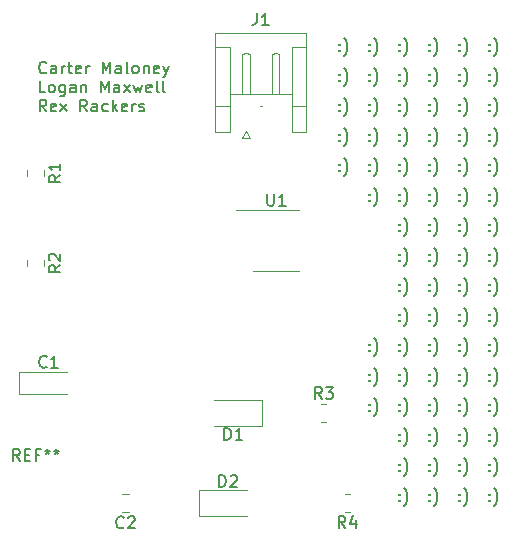
<source format=gbr>
%TF.GenerationSoftware,KiCad,Pcbnew,7.0.8*%
%TF.CreationDate,2023-10-12T16:07:18-07:00*%
%TF.ProjectId,Lab1_555TimerCircuit,4c616231-5f35-4353-9554-696d65724369,rev?*%
%TF.SameCoordinates,Original*%
%TF.FileFunction,Legend,Top*%
%TF.FilePolarity,Positive*%
%FSLAX46Y46*%
G04 Gerber Fmt 4.6, Leading zero omitted, Abs format (unit mm)*
G04 Created by KiCad (PCBNEW 7.0.8) date 2023-10-12 16:07:18*
%MOMM*%
%LPD*%
G01*
G04 APERTURE LIST*
%ADD10C,0.150000*%
%ADD11C,0.120000*%
G04 APERTURE END LIST*
D10*
X69488207Y-67674580D02*
X69440588Y-67722200D01*
X69440588Y-67722200D02*
X69297731Y-67769819D01*
X69297731Y-67769819D02*
X69202493Y-67769819D01*
X69202493Y-67769819D02*
X69059636Y-67722200D01*
X69059636Y-67722200D02*
X68964398Y-67626961D01*
X68964398Y-67626961D02*
X68916779Y-67531723D01*
X68916779Y-67531723D02*
X68869160Y-67341247D01*
X68869160Y-67341247D02*
X68869160Y-67198390D01*
X68869160Y-67198390D02*
X68916779Y-67007914D01*
X68916779Y-67007914D02*
X68964398Y-66912676D01*
X68964398Y-66912676D02*
X69059636Y-66817438D01*
X69059636Y-66817438D02*
X69202493Y-66769819D01*
X69202493Y-66769819D02*
X69297731Y-66769819D01*
X69297731Y-66769819D02*
X69440588Y-66817438D01*
X69440588Y-66817438D02*
X69488207Y-66865057D01*
X70345350Y-67769819D02*
X70345350Y-67246009D01*
X70345350Y-67246009D02*
X70297731Y-67150771D01*
X70297731Y-67150771D02*
X70202493Y-67103152D01*
X70202493Y-67103152D02*
X70012017Y-67103152D01*
X70012017Y-67103152D02*
X69916779Y-67150771D01*
X70345350Y-67722200D02*
X70250112Y-67769819D01*
X70250112Y-67769819D02*
X70012017Y-67769819D01*
X70012017Y-67769819D02*
X69916779Y-67722200D01*
X69916779Y-67722200D02*
X69869160Y-67626961D01*
X69869160Y-67626961D02*
X69869160Y-67531723D01*
X69869160Y-67531723D02*
X69916779Y-67436485D01*
X69916779Y-67436485D02*
X70012017Y-67388866D01*
X70012017Y-67388866D02*
X70250112Y-67388866D01*
X70250112Y-67388866D02*
X70345350Y-67341247D01*
X70821541Y-67769819D02*
X70821541Y-67103152D01*
X70821541Y-67293628D02*
X70869160Y-67198390D01*
X70869160Y-67198390D02*
X70916779Y-67150771D01*
X70916779Y-67150771D02*
X71012017Y-67103152D01*
X71012017Y-67103152D02*
X71107255Y-67103152D01*
X71297732Y-67103152D02*
X71678684Y-67103152D01*
X71440589Y-66769819D02*
X71440589Y-67626961D01*
X71440589Y-67626961D02*
X71488208Y-67722200D01*
X71488208Y-67722200D02*
X71583446Y-67769819D01*
X71583446Y-67769819D02*
X71678684Y-67769819D01*
X72392970Y-67722200D02*
X72297732Y-67769819D01*
X72297732Y-67769819D02*
X72107256Y-67769819D01*
X72107256Y-67769819D02*
X72012018Y-67722200D01*
X72012018Y-67722200D02*
X71964399Y-67626961D01*
X71964399Y-67626961D02*
X71964399Y-67246009D01*
X71964399Y-67246009D02*
X72012018Y-67150771D01*
X72012018Y-67150771D02*
X72107256Y-67103152D01*
X72107256Y-67103152D02*
X72297732Y-67103152D01*
X72297732Y-67103152D02*
X72392970Y-67150771D01*
X72392970Y-67150771D02*
X72440589Y-67246009D01*
X72440589Y-67246009D02*
X72440589Y-67341247D01*
X72440589Y-67341247D02*
X71964399Y-67436485D01*
X72869161Y-67769819D02*
X72869161Y-67103152D01*
X72869161Y-67293628D02*
X72916780Y-67198390D01*
X72916780Y-67198390D02*
X72964399Y-67150771D01*
X72964399Y-67150771D02*
X73059637Y-67103152D01*
X73059637Y-67103152D02*
X73154875Y-67103152D01*
X74250114Y-67769819D02*
X74250114Y-66769819D01*
X74250114Y-66769819D02*
X74583447Y-67484104D01*
X74583447Y-67484104D02*
X74916780Y-66769819D01*
X74916780Y-66769819D02*
X74916780Y-67769819D01*
X75821542Y-67769819D02*
X75821542Y-67246009D01*
X75821542Y-67246009D02*
X75773923Y-67150771D01*
X75773923Y-67150771D02*
X75678685Y-67103152D01*
X75678685Y-67103152D02*
X75488209Y-67103152D01*
X75488209Y-67103152D02*
X75392971Y-67150771D01*
X75821542Y-67722200D02*
X75726304Y-67769819D01*
X75726304Y-67769819D02*
X75488209Y-67769819D01*
X75488209Y-67769819D02*
X75392971Y-67722200D01*
X75392971Y-67722200D02*
X75345352Y-67626961D01*
X75345352Y-67626961D02*
X75345352Y-67531723D01*
X75345352Y-67531723D02*
X75392971Y-67436485D01*
X75392971Y-67436485D02*
X75488209Y-67388866D01*
X75488209Y-67388866D02*
X75726304Y-67388866D01*
X75726304Y-67388866D02*
X75821542Y-67341247D01*
X76440590Y-67769819D02*
X76345352Y-67722200D01*
X76345352Y-67722200D02*
X76297733Y-67626961D01*
X76297733Y-67626961D02*
X76297733Y-66769819D01*
X76964400Y-67769819D02*
X76869162Y-67722200D01*
X76869162Y-67722200D02*
X76821543Y-67674580D01*
X76821543Y-67674580D02*
X76773924Y-67579342D01*
X76773924Y-67579342D02*
X76773924Y-67293628D01*
X76773924Y-67293628D02*
X76821543Y-67198390D01*
X76821543Y-67198390D02*
X76869162Y-67150771D01*
X76869162Y-67150771D02*
X76964400Y-67103152D01*
X76964400Y-67103152D02*
X77107257Y-67103152D01*
X77107257Y-67103152D02*
X77202495Y-67150771D01*
X77202495Y-67150771D02*
X77250114Y-67198390D01*
X77250114Y-67198390D02*
X77297733Y-67293628D01*
X77297733Y-67293628D02*
X77297733Y-67579342D01*
X77297733Y-67579342D02*
X77250114Y-67674580D01*
X77250114Y-67674580D02*
X77202495Y-67722200D01*
X77202495Y-67722200D02*
X77107257Y-67769819D01*
X77107257Y-67769819D02*
X76964400Y-67769819D01*
X77726305Y-67103152D02*
X77726305Y-67769819D01*
X77726305Y-67198390D02*
X77773924Y-67150771D01*
X77773924Y-67150771D02*
X77869162Y-67103152D01*
X77869162Y-67103152D02*
X78012019Y-67103152D01*
X78012019Y-67103152D02*
X78107257Y-67150771D01*
X78107257Y-67150771D02*
X78154876Y-67246009D01*
X78154876Y-67246009D02*
X78154876Y-67769819D01*
X79012019Y-67722200D02*
X78916781Y-67769819D01*
X78916781Y-67769819D02*
X78726305Y-67769819D01*
X78726305Y-67769819D02*
X78631067Y-67722200D01*
X78631067Y-67722200D02*
X78583448Y-67626961D01*
X78583448Y-67626961D02*
X78583448Y-67246009D01*
X78583448Y-67246009D02*
X78631067Y-67150771D01*
X78631067Y-67150771D02*
X78726305Y-67103152D01*
X78726305Y-67103152D02*
X78916781Y-67103152D01*
X78916781Y-67103152D02*
X79012019Y-67150771D01*
X79012019Y-67150771D02*
X79059638Y-67246009D01*
X79059638Y-67246009D02*
X79059638Y-67341247D01*
X79059638Y-67341247D02*
X78583448Y-67436485D01*
X79392972Y-67103152D02*
X79631067Y-67769819D01*
X79869162Y-67103152D02*
X79631067Y-67769819D01*
X79631067Y-67769819D02*
X79535829Y-68007914D01*
X79535829Y-68007914D02*
X79488210Y-68055533D01*
X79488210Y-68055533D02*
X79392972Y-68103152D01*
X69392969Y-69379819D02*
X68916779Y-69379819D01*
X68916779Y-69379819D02*
X68916779Y-68379819D01*
X69869160Y-69379819D02*
X69773922Y-69332200D01*
X69773922Y-69332200D02*
X69726303Y-69284580D01*
X69726303Y-69284580D02*
X69678684Y-69189342D01*
X69678684Y-69189342D02*
X69678684Y-68903628D01*
X69678684Y-68903628D02*
X69726303Y-68808390D01*
X69726303Y-68808390D02*
X69773922Y-68760771D01*
X69773922Y-68760771D02*
X69869160Y-68713152D01*
X69869160Y-68713152D02*
X70012017Y-68713152D01*
X70012017Y-68713152D02*
X70107255Y-68760771D01*
X70107255Y-68760771D02*
X70154874Y-68808390D01*
X70154874Y-68808390D02*
X70202493Y-68903628D01*
X70202493Y-68903628D02*
X70202493Y-69189342D01*
X70202493Y-69189342D02*
X70154874Y-69284580D01*
X70154874Y-69284580D02*
X70107255Y-69332200D01*
X70107255Y-69332200D02*
X70012017Y-69379819D01*
X70012017Y-69379819D02*
X69869160Y-69379819D01*
X71059636Y-68713152D02*
X71059636Y-69522676D01*
X71059636Y-69522676D02*
X71012017Y-69617914D01*
X71012017Y-69617914D02*
X70964398Y-69665533D01*
X70964398Y-69665533D02*
X70869160Y-69713152D01*
X70869160Y-69713152D02*
X70726303Y-69713152D01*
X70726303Y-69713152D02*
X70631065Y-69665533D01*
X71059636Y-69332200D02*
X70964398Y-69379819D01*
X70964398Y-69379819D02*
X70773922Y-69379819D01*
X70773922Y-69379819D02*
X70678684Y-69332200D01*
X70678684Y-69332200D02*
X70631065Y-69284580D01*
X70631065Y-69284580D02*
X70583446Y-69189342D01*
X70583446Y-69189342D02*
X70583446Y-68903628D01*
X70583446Y-68903628D02*
X70631065Y-68808390D01*
X70631065Y-68808390D02*
X70678684Y-68760771D01*
X70678684Y-68760771D02*
X70773922Y-68713152D01*
X70773922Y-68713152D02*
X70964398Y-68713152D01*
X70964398Y-68713152D02*
X71059636Y-68760771D01*
X71964398Y-69379819D02*
X71964398Y-68856009D01*
X71964398Y-68856009D02*
X71916779Y-68760771D01*
X71916779Y-68760771D02*
X71821541Y-68713152D01*
X71821541Y-68713152D02*
X71631065Y-68713152D01*
X71631065Y-68713152D02*
X71535827Y-68760771D01*
X71964398Y-69332200D02*
X71869160Y-69379819D01*
X71869160Y-69379819D02*
X71631065Y-69379819D01*
X71631065Y-69379819D02*
X71535827Y-69332200D01*
X71535827Y-69332200D02*
X71488208Y-69236961D01*
X71488208Y-69236961D02*
X71488208Y-69141723D01*
X71488208Y-69141723D02*
X71535827Y-69046485D01*
X71535827Y-69046485D02*
X71631065Y-68998866D01*
X71631065Y-68998866D02*
X71869160Y-68998866D01*
X71869160Y-68998866D02*
X71964398Y-68951247D01*
X72440589Y-68713152D02*
X72440589Y-69379819D01*
X72440589Y-68808390D02*
X72488208Y-68760771D01*
X72488208Y-68760771D02*
X72583446Y-68713152D01*
X72583446Y-68713152D02*
X72726303Y-68713152D01*
X72726303Y-68713152D02*
X72821541Y-68760771D01*
X72821541Y-68760771D02*
X72869160Y-68856009D01*
X72869160Y-68856009D02*
X72869160Y-69379819D01*
X74107256Y-69379819D02*
X74107256Y-68379819D01*
X74107256Y-68379819D02*
X74440589Y-69094104D01*
X74440589Y-69094104D02*
X74773922Y-68379819D01*
X74773922Y-68379819D02*
X74773922Y-69379819D01*
X75678684Y-69379819D02*
X75678684Y-68856009D01*
X75678684Y-68856009D02*
X75631065Y-68760771D01*
X75631065Y-68760771D02*
X75535827Y-68713152D01*
X75535827Y-68713152D02*
X75345351Y-68713152D01*
X75345351Y-68713152D02*
X75250113Y-68760771D01*
X75678684Y-69332200D02*
X75583446Y-69379819D01*
X75583446Y-69379819D02*
X75345351Y-69379819D01*
X75345351Y-69379819D02*
X75250113Y-69332200D01*
X75250113Y-69332200D02*
X75202494Y-69236961D01*
X75202494Y-69236961D02*
X75202494Y-69141723D01*
X75202494Y-69141723D02*
X75250113Y-69046485D01*
X75250113Y-69046485D02*
X75345351Y-68998866D01*
X75345351Y-68998866D02*
X75583446Y-68998866D01*
X75583446Y-68998866D02*
X75678684Y-68951247D01*
X76059637Y-69379819D02*
X76583446Y-68713152D01*
X76059637Y-68713152D02*
X76583446Y-69379819D01*
X76869161Y-68713152D02*
X77059637Y-69379819D01*
X77059637Y-69379819D02*
X77250113Y-68903628D01*
X77250113Y-68903628D02*
X77440589Y-69379819D01*
X77440589Y-69379819D02*
X77631065Y-68713152D01*
X78392970Y-69332200D02*
X78297732Y-69379819D01*
X78297732Y-69379819D02*
X78107256Y-69379819D01*
X78107256Y-69379819D02*
X78012018Y-69332200D01*
X78012018Y-69332200D02*
X77964399Y-69236961D01*
X77964399Y-69236961D02*
X77964399Y-68856009D01*
X77964399Y-68856009D02*
X78012018Y-68760771D01*
X78012018Y-68760771D02*
X78107256Y-68713152D01*
X78107256Y-68713152D02*
X78297732Y-68713152D01*
X78297732Y-68713152D02*
X78392970Y-68760771D01*
X78392970Y-68760771D02*
X78440589Y-68856009D01*
X78440589Y-68856009D02*
X78440589Y-68951247D01*
X78440589Y-68951247D02*
X77964399Y-69046485D01*
X79012018Y-69379819D02*
X78916780Y-69332200D01*
X78916780Y-69332200D02*
X78869161Y-69236961D01*
X78869161Y-69236961D02*
X78869161Y-68379819D01*
X79535828Y-69379819D02*
X79440590Y-69332200D01*
X79440590Y-69332200D02*
X79392971Y-69236961D01*
X79392971Y-69236961D02*
X79392971Y-68379819D01*
X69488207Y-70989819D02*
X69154874Y-70513628D01*
X68916779Y-70989819D02*
X68916779Y-69989819D01*
X68916779Y-69989819D02*
X69297731Y-69989819D01*
X69297731Y-69989819D02*
X69392969Y-70037438D01*
X69392969Y-70037438D02*
X69440588Y-70085057D01*
X69440588Y-70085057D02*
X69488207Y-70180295D01*
X69488207Y-70180295D02*
X69488207Y-70323152D01*
X69488207Y-70323152D02*
X69440588Y-70418390D01*
X69440588Y-70418390D02*
X69392969Y-70466009D01*
X69392969Y-70466009D02*
X69297731Y-70513628D01*
X69297731Y-70513628D02*
X68916779Y-70513628D01*
X70297731Y-70942200D02*
X70202493Y-70989819D01*
X70202493Y-70989819D02*
X70012017Y-70989819D01*
X70012017Y-70989819D02*
X69916779Y-70942200D01*
X69916779Y-70942200D02*
X69869160Y-70846961D01*
X69869160Y-70846961D02*
X69869160Y-70466009D01*
X69869160Y-70466009D02*
X69916779Y-70370771D01*
X69916779Y-70370771D02*
X70012017Y-70323152D01*
X70012017Y-70323152D02*
X70202493Y-70323152D01*
X70202493Y-70323152D02*
X70297731Y-70370771D01*
X70297731Y-70370771D02*
X70345350Y-70466009D01*
X70345350Y-70466009D02*
X70345350Y-70561247D01*
X70345350Y-70561247D02*
X69869160Y-70656485D01*
X70678684Y-70989819D02*
X71202493Y-70323152D01*
X70678684Y-70323152D02*
X71202493Y-70989819D01*
X72916779Y-70989819D02*
X72583446Y-70513628D01*
X72345351Y-70989819D02*
X72345351Y-69989819D01*
X72345351Y-69989819D02*
X72726303Y-69989819D01*
X72726303Y-69989819D02*
X72821541Y-70037438D01*
X72821541Y-70037438D02*
X72869160Y-70085057D01*
X72869160Y-70085057D02*
X72916779Y-70180295D01*
X72916779Y-70180295D02*
X72916779Y-70323152D01*
X72916779Y-70323152D02*
X72869160Y-70418390D01*
X72869160Y-70418390D02*
X72821541Y-70466009D01*
X72821541Y-70466009D02*
X72726303Y-70513628D01*
X72726303Y-70513628D02*
X72345351Y-70513628D01*
X73773922Y-70989819D02*
X73773922Y-70466009D01*
X73773922Y-70466009D02*
X73726303Y-70370771D01*
X73726303Y-70370771D02*
X73631065Y-70323152D01*
X73631065Y-70323152D02*
X73440589Y-70323152D01*
X73440589Y-70323152D02*
X73345351Y-70370771D01*
X73773922Y-70942200D02*
X73678684Y-70989819D01*
X73678684Y-70989819D02*
X73440589Y-70989819D01*
X73440589Y-70989819D02*
X73345351Y-70942200D01*
X73345351Y-70942200D02*
X73297732Y-70846961D01*
X73297732Y-70846961D02*
X73297732Y-70751723D01*
X73297732Y-70751723D02*
X73345351Y-70656485D01*
X73345351Y-70656485D02*
X73440589Y-70608866D01*
X73440589Y-70608866D02*
X73678684Y-70608866D01*
X73678684Y-70608866D02*
X73773922Y-70561247D01*
X74678684Y-70942200D02*
X74583446Y-70989819D01*
X74583446Y-70989819D02*
X74392970Y-70989819D01*
X74392970Y-70989819D02*
X74297732Y-70942200D01*
X74297732Y-70942200D02*
X74250113Y-70894580D01*
X74250113Y-70894580D02*
X74202494Y-70799342D01*
X74202494Y-70799342D02*
X74202494Y-70513628D01*
X74202494Y-70513628D02*
X74250113Y-70418390D01*
X74250113Y-70418390D02*
X74297732Y-70370771D01*
X74297732Y-70370771D02*
X74392970Y-70323152D01*
X74392970Y-70323152D02*
X74583446Y-70323152D01*
X74583446Y-70323152D02*
X74678684Y-70370771D01*
X75107256Y-70989819D02*
X75107256Y-69989819D01*
X75202494Y-70608866D02*
X75488208Y-70989819D01*
X75488208Y-70323152D02*
X75107256Y-70704104D01*
X76297732Y-70942200D02*
X76202494Y-70989819D01*
X76202494Y-70989819D02*
X76012018Y-70989819D01*
X76012018Y-70989819D02*
X75916780Y-70942200D01*
X75916780Y-70942200D02*
X75869161Y-70846961D01*
X75869161Y-70846961D02*
X75869161Y-70466009D01*
X75869161Y-70466009D02*
X75916780Y-70370771D01*
X75916780Y-70370771D02*
X76012018Y-70323152D01*
X76012018Y-70323152D02*
X76202494Y-70323152D01*
X76202494Y-70323152D02*
X76297732Y-70370771D01*
X76297732Y-70370771D02*
X76345351Y-70466009D01*
X76345351Y-70466009D02*
X76345351Y-70561247D01*
X76345351Y-70561247D02*
X75869161Y-70656485D01*
X76773923Y-70989819D02*
X76773923Y-70323152D01*
X76773923Y-70513628D02*
X76821542Y-70418390D01*
X76821542Y-70418390D02*
X76869161Y-70370771D01*
X76869161Y-70370771D02*
X76964399Y-70323152D01*
X76964399Y-70323152D02*
X77059637Y-70323152D01*
X77345352Y-70942200D02*
X77440590Y-70989819D01*
X77440590Y-70989819D02*
X77631066Y-70989819D01*
X77631066Y-70989819D02*
X77726304Y-70942200D01*
X77726304Y-70942200D02*
X77773923Y-70846961D01*
X77773923Y-70846961D02*
X77773923Y-70799342D01*
X77773923Y-70799342D02*
X77726304Y-70704104D01*
X77726304Y-70704104D02*
X77631066Y-70656485D01*
X77631066Y-70656485D02*
X77488209Y-70656485D01*
X77488209Y-70656485D02*
X77392971Y-70608866D01*
X77392971Y-70608866D02*
X77345352Y-70513628D01*
X77345352Y-70513628D02*
X77345352Y-70466009D01*
X77345352Y-70466009D02*
X77392971Y-70370771D01*
X77392971Y-70370771D02*
X77488209Y-70323152D01*
X77488209Y-70323152D02*
X77631066Y-70323152D01*
X77631066Y-70323152D02*
X77726304Y-70370771D01*
X96856779Y-96294580D02*
X96904398Y-96342200D01*
X96904398Y-96342200D02*
X96856779Y-96389819D01*
X96856779Y-96389819D02*
X96809160Y-96342200D01*
X96809160Y-96342200D02*
X96856779Y-96294580D01*
X96856779Y-96294580D02*
X96856779Y-96389819D01*
X96856779Y-95770771D02*
X96904398Y-95818390D01*
X96904398Y-95818390D02*
X96856779Y-95866009D01*
X96856779Y-95866009D02*
X96809160Y-95818390D01*
X96809160Y-95818390D02*
X96856779Y-95770771D01*
X96856779Y-95770771D02*
X96856779Y-95866009D01*
X97237731Y-96770771D02*
X97285350Y-96723152D01*
X97285350Y-96723152D02*
X97380588Y-96580295D01*
X97380588Y-96580295D02*
X97428207Y-96485057D01*
X97428207Y-96485057D02*
X97475826Y-96342200D01*
X97475826Y-96342200D02*
X97523445Y-96104104D01*
X97523445Y-96104104D02*
X97523445Y-95913628D01*
X97523445Y-95913628D02*
X97475826Y-95675533D01*
X97475826Y-95675533D02*
X97428207Y-95532676D01*
X97428207Y-95532676D02*
X97380588Y-95437438D01*
X97380588Y-95437438D02*
X97285350Y-95294580D01*
X97285350Y-95294580D02*
X97237731Y-95246961D01*
X96856779Y-91214580D02*
X96904398Y-91262200D01*
X96904398Y-91262200D02*
X96856779Y-91309819D01*
X96856779Y-91309819D02*
X96809160Y-91262200D01*
X96809160Y-91262200D02*
X96856779Y-91214580D01*
X96856779Y-91214580D02*
X96856779Y-91309819D01*
X96856779Y-90690771D02*
X96904398Y-90738390D01*
X96904398Y-90738390D02*
X96856779Y-90786009D01*
X96856779Y-90786009D02*
X96809160Y-90738390D01*
X96809160Y-90738390D02*
X96856779Y-90690771D01*
X96856779Y-90690771D02*
X96856779Y-90786009D01*
X97237731Y-91690771D02*
X97285350Y-91643152D01*
X97285350Y-91643152D02*
X97380588Y-91500295D01*
X97380588Y-91500295D02*
X97428207Y-91405057D01*
X97428207Y-91405057D02*
X97475826Y-91262200D01*
X97475826Y-91262200D02*
X97523445Y-91024104D01*
X97523445Y-91024104D02*
X97523445Y-90833628D01*
X97523445Y-90833628D02*
X97475826Y-90595533D01*
X97475826Y-90595533D02*
X97428207Y-90452676D01*
X97428207Y-90452676D02*
X97380588Y-90357438D01*
X97380588Y-90357438D02*
X97285350Y-90214580D01*
X97285350Y-90214580D02*
X97237731Y-90166961D01*
X94316779Y-75974580D02*
X94364398Y-76022200D01*
X94364398Y-76022200D02*
X94316779Y-76069819D01*
X94316779Y-76069819D02*
X94269160Y-76022200D01*
X94269160Y-76022200D02*
X94316779Y-75974580D01*
X94316779Y-75974580D02*
X94316779Y-76069819D01*
X94316779Y-75450771D02*
X94364398Y-75498390D01*
X94364398Y-75498390D02*
X94316779Y-75546009D01*
X94316779Y-75546009D02*
X94269160Y-75498390D01*
X94269160Y-75498390D02*
X94316779Y-75450771D01*
X94316779Y-75450771D02*
X94316779Y-75546009D01*
X94697731Y-76450771D02*
X94745350Y-76403152D01*
X94745350Y-76403152D02*
X94840588Y-76260295D01*
X94840588Y-76260295D02*
X94888207Y-76165057D01*
X94888207Y-76165057D02*
X94935826Y-76022200D01*
X94935826Y-76022200D02*
X94983445Y-75784104D01*
X94983445Y-75784104D02*
X94983445Y-75593628D01*
X94983445Y-75593628D02*
X94935826Y-75355533D01*
X94935826Y-75355533D02*
X94888207Y-75212676D01*
X94888207Y-75212676D02*
X94840588Y-75117438D01*
X94840588Y-75117438D02*
X94745350Y-74974580D01*
X94745350Y-74974580D02*
X94697731Y-74926961D01*
X96856779Y-78514580D02*
X96904398Y-78562200D01*
X96904398Y-78562200D02*
X96856779Y-78609819D01*
X96856779Y-78609819D02*
X96809160Y-78562200D01*
X96809160Y-78562200D02*
X96856779Y-78514580D01*
X96856779Y-78514580D02*
X96856779Y-78609819D01*
X96856779Y-77990771D02*
X96904398Y-78038390D01*
X96904398Y-78038390D02*
X96856779Y-78086009D01*
X96856779Y-78086009D02*
X96809160Y-78038390D01*
X96809160Y-78038390D02*
X96856779Y-77990771D01*
X96856779Y-77990771D02*
X96856779Y-78086009D01*
X97237731Y-78990771D02*
X97285350Y-78943152D01*
X97285350Y-78943152D02*
X97380588Y-78800295D01*
X97380588Y-78800295D02*
X97428207Y-78705057D01*
X97428207Y-78705057D02*
X97475826Y-78562200D01*
X97475826Y-78562200D02*
X97523445Y-78324104D01*
X97523445Y-78324104D02*
X97523445Y-78133628D01*
X97523445Y-78133628D02*
X97475826Y-77895533D01*
X97475826Y-77895533D02*
X97428207Y-77752676D01*
X97428207Y-77752676D02*
X97380588Y-77657438D01*
X97380588Y-77657438D02*
X97285350Y-77514580D01*
X97285350Y-77514580D02*
X97237731Y-77466961D01*
X94316779Y-73434580D02*
X94364398Y-73482200D01*
X94364398Y-73482200D02*
X94316779Y-73529819D01*
X94316779Y-73529819D02*
X94269160Y-73482200D01*
X94269160Y-73482200D02*
X94316779Y-73434580D01*
X94316779Y-73434580D02*
X94316779Y-73529819D01*
X94316779Y-72910771D02*
X94364398Y-72958390D01*
X94364398Y-72958390D02*
X94316779Y-73006009D01*
X94316779Y-73006009D02*
X94269160Y-72958390D01*
X94269160Y-72958390D02*
X94316779Y-72910771D01*
X94316779Y-72910771D02*
X94316779Y-73006009D01*
X94697731Y-73910771D02*
X94745350Y-73863152D01*
X94745350Y-73863152D02*
X94840588Y-73720295D01*
X94840588Y-73720295D02*
X94888207Y-73625057D01*
X94888207Y-73625057D02*
X94935826Y-73482200D01*
X94935826Y-73482200D02*
X94983445Y-73244104D01*
X94983445Y-73244104D02*
X94983445Y-73053628D01*
X94983445Y-73053628D02*
X94935826Y-72815533D01*
X94935826Y-72815533D02*
X94888207Y-72672676D01*
X94888207Y-72672676D02*
X94840588Y-72577438D01*
X94840588Y-72577438D02*
X94745350Y-72434580D01*
X94745350Y-72434580D02*
X94697731Y-72386961D01*
X94316779Y-70894580D02*
X94364398Y-70942200D01*
X94364398Y-70942200D02*
X94316779Y-70989819D01*
X94316779Y-70989819D02*
X94269160Y-70942200D01*
X94269160Y-70942200D02*
X94316779Y-70894580D01*
X94316779Y-70894580D02*
X94316779Y-70989819D01*
X94316779Y-70370771D02*
X94364398Y-70418390D01*
X94364398Y-70418390D02*
X94316779Y-70466009D01*
X94316779Y-70466009D02*
X94269160Y-70418390D01*
X94269160Y-70418390D02*
X94316779Y-70370771D01*
X94316779Y-70370771D02*
X94316779Y-70466009D01*
X94697731Y-71370771D02*
X94745350Y-71323152D01*
X94745350Y-71323152D02*
X94840588Y-71180295D01*
X94840588Y-71180295D02*
X94888207Y-71085057D01*
X94888207Y-71085057D02*
X94935826Y-70942200D01*
X94935826Y-70942200D02*
X94983445Y-70704104D01*
X94983445Y-70704104D02*
X94983445Y-70513628D01*
X94983445Y-70513628D02*
X94935826Y-70275533D01*
X94935826Y-70275533D02*
X94888207Y-70132676D01*
X94888207Y-70132676D02*
X94840588Y-70037438D01*
X94840588Y-70037438D02*
X94745350Y-69894580D01*
X94745350Y-69894580D02*
X94697731Y-69846961D01*
X94316779Y-68354580D02*
X94364398Y-68402200D01*
X94364398Y-68402200D02*
X94316779Y-68449819D01*
X94316779Y-68449819D02*
X94269160Y-68402200D01*
X94269160Y-68402200D02*
X94316779Y-68354580D01*
X94316779Y-68354580D02*
X94316779Y-68449819D01*
X94316779Y-67830771D02*
X94364398Y-67878390D01*
X94364398Y-67878390D02*
X94316779Y-67926009D01*
X94316779Y-67926009D02*
X94269160Y-67878390D01*
X94269160Y-67878390D02*
X94316779Y-67830771D01*
X94316779Y-67830771D02*
X94316779Y-67926009D01*
X94697731Y-68830771D02*
X94745350Y-68783152D01*
X94745350Y-68783152D02*
X94840588Y-68640295D01*
X94840588Y-68640295D02*
X94888207Y-68545057D01*
X94888207Y-68545057D02*
X94935826Y-68402200D01*
X94935826Y-68402200D02*
X94983445Y-68164104D01*
X94983445Y-68164104D02*
X94983445Y-67973628D01*
X94983445Y-67973628D02*
X94935826Y-67735533D01*
X94935826Y-67735533D02*
X94888207Y-67592676D01*
X94888207Y-67592676D02*
X94840588Y-67497438D01*
X94840588Y-67497438D02*
X94745350Y-67354580D01*
X94745350Y-67354580D02*
X94697731Y-67306961D01*
X94316779Y-65814580D02*
X94364398Y-65862200D01*
X94364398Y-65862200D02*
X94316779Y-65909819D01*
X94316779Y-65909819D02*
X94269160Y-65862200D01*
X94269160Y-65862200D02*
X94316779Y-65814580D01*
X94316779Y-65814580D02*
X94316779Y-65909819D01*
X94316779Y-65290771D02*
X94364398Y-65338390D01*
X94364398Y-65338390D02*
X94316779Y-65386009D01*
X94316779Y-65386009D02*
X94269160Y-65338390D01*
X94269160Y-65338390D02*
X94316779Y-65290771D01*
X94316779Y-65290771D02*
X94316779Y-65386009D01*
X94697731Y-66290771D02*
X94745350Y-66243152D01*
X94745350Y-66243152D02*
X94840588Y-66100295D01*
X94840588Y-66100295D02*
X94888207Y-66005057D01*
X94888207Y-66005057D02*
X94935826Y-65862200D01*
X94935826Y-65862200D02*
X94983445Y-65624104D01*
X94983445Y-65624104D02*
X94983445Y-65433628D01*
X94983445Y-65433628D02*
X94935826Y-65195533D01*
X94935826Y-65195533D02*
X94888207Y-65052676D01*
X94888207Y-65052676D02*
X94840588Y-64957438D01*
X94840588Y-64957438D02*
X94745350Y-64814580D01*
X94745350Y-64814580D02*
X94697731Y-64766961D01*
X96856779Y-65814580D02*
X96904398Y-65862200D01*
X96904398Y-65862200D02*
X96856779Y-65909819D01*
X96856779Y-65909819D02*
X96809160Y-65862200D01*
X96809160Y-65862200D02*
X96856779Y-65814580D01*
X96856779Y-65814580D02*
X96856779Y-65909819D01*
X96856779Y-65290771D02*
X96904398Y-65338390D01*
X96904398Y-65338390D02*
X96856779Y-65386009D01*
X96856779Y-65386009D02*
X96809160Y-65338390D01*
X96809160Y-65338390D02*
X96856779Y-65290771D01*
X96856779Y-65290771D02*
X96856779Y-65386009D01*
X97237731Y-66290771D02*
X97285350Y-66243152D01*
X97285350Y-66243152D02*
X97380588Y-66100295D01*
X97380588Y-66100295D02*
X97428207Y-66005057D01*
X97428207Y-66005057D02*
X97475826Y-65862200D01*
X97475826Y-65862200D02*
X97523445Y-65624104D01*
X97523445Y-65624104D02*
X97523445Y-65433628D01*
X97523445Y-65433628D02*
X97475826Y-65195533D01*
X97475826Y-65195533D02*
X97428207Y-65052676D01*
X97428207Y-65052676D02*
X97380588Y-64957438D01*
X97380588Y-64957438D02*
X97285350Y-64814580D01*
X97285350Y-64814580D02*
X97237731Y-64766961D01*
X99396779Y-65814580D02*
X99444398Y-65862200D01*
X99444398Y-65862200D02*
X99396779Y-65909819D01*
X99396779Y-65909819D02*
X99349160Y-65862200D01*
X99349160Y-65862200D02*
X99396779Y-65814580D01*
X99396779Y-65814580D02*
X99396779Y-65909819D01*
X99396779Y-65290771D02*
X99444398Y-65338390D01*
X99444398Y-65338390D02*
X99396779Y-65386009D01*
X99396779Y-65386009D02*
X99349160Y-65338390D01*
X99349160Y-65338390D02*
X99396779Y-65290771D01*
X99396779Y-65290771D02*
X99396779Y-65386009D01*
X99777731Y-66290771D02*
X99825350Y-66243152D01*
X99825350Y-66243152D02*
X99920588Y-66100295D01*
X99920588Y-66100295D02*
X99968207Y-66005057D01*
X99968207Y-66005057D02*
X100015826Y-65862200D01*
X100015826Y-65862200D02*
X100063445Y-65624104D01*
X100063445Y-65624104D02*
X100063445Y-65433628D01*
X100063445Y-65433628D02*
X100015826Y-65195533D01*
X100015826Y-65195533D02*
X99968207Y-65052676D01*
X99968207Y-65052676D02*
X99920588Y-64957438D01*
X99920588Y-64957438D02*
X99825350Y-64814580D01*
X99825350Y-64814580D02*
X99777731Y-64766961D01*
X101936779Y-65814580D02*
X101984398Y-65862200D01*
X101984398Y-65862200D02*
X101936779Y-65909819D01*
X101936779Y-65909819D02*
X101889160Y-65862200D01*
X101889160Y-65862200D02*
X101936779Y-65814580D01*
X101936779Y-65814580D02*
X101936779Y-65909819D01*
X101936779Y-65290771D02*
X101984398Y-65338390D01*
X101984398Y-65338390D02*
X101936779Y-65386009D01*
X101936779Y-65386009D02*
X101889160Y-65338390D01*
X101889160Y-65338390D02*
X101936779Y-65290771D01*
X101936779Y-65290771D02*
X101936779Y-65386009D01*
X102317731Y-66290771D02*
X102365350Y-66243152D01*
X102365350Y-66243152D02*
X102460588Y-66100295D01*
X102460588Y-66100295D02*
X102508207Y-66005057D01*
X102508207Y-66005057D02*
X102555826Y-65862200D01*
X102555826Y-65862200D02*
X102603445Y-65624104D01*
X102603445Y-65624104D02*
X102603445Y-65433628D01*
X102603445Y-65433628D02*
X102555826Y-65195533D01*
X102555826Y-65195533D02*
X102508207Y-65052676D01*
X102508207Y-65052676D02*
X102460588Y-64957438D01*
X102460588Y-64957438D02*
X102365350Y-64814580D01*
X102365350Y-64814580D02*
X102317731Y-64766961D01*
X104476779Y-65814580D02*
X104524398Y-65862200D01*
X104524398Y-65862200D02*
X104476779Y-65909819D01*
X104476779Y-65909819D02*
X104429160Y-65862200D01*
X104429160Y-65862200D02*
X104476779Y-65814580D01*
X104476779Y-65814580D02*
X104476779Y-65909819D01*
X104476779Y-65290771D02*
X104524398Y-65338390D01*
X104524398Y-65338390D02*
X104476779Y-65386009D01*
X104476779Y-65386009D02*
X104429160Y-65338390D01*
X104429160Y-65338390D02*
X104476779Y-65290771D01*
X104476779Y-65290771D02*
X104476779Y-65386009D01*
X104857731Y-66290771D02*
X104905350Y-66243152D01*
X104905350Y-66243152D02*
X105000588Y-66100295D01*
X105000588Y-66100295D02*
X105048207Y-66005057D01*
X105048207Y-66005057D02*
X105095826Y-65862200D01*
X105095826Y-65862200D02*
X105143445Y-65624104D01*
X105143445Y-65624104D02*
X105143445Y-65433628D01*
X105143445Y-65433628D02*
X105095826Y-65195533D01*
X105095826Y-65195533D02*
X105048207Y-65052676D01*
X105048207Y-65052676D02*
X105000588Y-64957438D01*
X105000588Y-64957438D02*
X104905350Y-64814580D01*
X104905350Y-64814580D02*
X104857731Y-64766961D01*
X107016779Y-65814580D02*
X107064398Y-65862200D01*
X107064398Y-65862200D02*
X107016779Y-65909819D01*
X107016779Y-65909819D02*
X106969160Y-65862200D01*
X106969160Y-65862200D02*
X107016779Y-65814580D01*
X107016779Y-65814580D02*
X107016779Y-65909819D01*
X107016779Y-65290771D02*
X107064398Y-65338390D01*
X107064398Y-65338390D02*
X107016779Y-65386009D01*
X107016779Y-65386009D02*
X106969160Y-65338390D01*
X106969160Y-65338390D02*
X107016779Y-65290771D01*
X107016779Y-65290771D02*
X107016779Y-65386009D01*
X107397731Y-66290771D02*
X107445350Y-66243152D01*
X107445350Y-66243152D02*
X107540588Y-66100295D01*
X107540588Y-66100295D02*
X107588207Y-66005057D01*
X107588207Y-66005057D02*
X107635826Y-65862200D01*
X107635826Y-65862200D02*
X107683445Y-65624104D01*
X107683445Y-65624104D02*
X107683445Y-65433628D01*
X107683445Y-65433628D02*
X107635826Y-65195533D01*
X107635826Y-65195533D02*
X107588207Y-65052676D01*
X107588207Y-65052676D02*
X107540588Y-64957438D01*
X107540588Y-64957438D02*
X107445350Y-64814580D01*
X107445350Y-64814580D02*
X107397731Y-64766961D01*
X107016779Y-68354580D02*
X107064398Y-68402200D01*
X107064398Y-68402200D02*
X107016779Y-68449819D01*
X107016779Y-68449819D02*
X106969160Y-68402200D01*
X106969160Y-68402200D02*
X107016779Y-68354580D01*
X107016779Y-68354580D02*
X107016779Y-68449819D01*
X107016779Y-67830771D02*
X107064398Y-67878390D01*
X107064398Y-67878390D02*
X107016779Y-67926009D01*
X107016779Y-67926009D02*
X106969160Y-67878390D01*
X106969160Y-67878390D02*
X107016779Y-67830771D01*
X107016779Y-67830771D02*
X107016779Y-67926009D01*
X107397731Y-68830771D02*
X107445350Y-68783152D01*
X107445350Y-68783152D02*
X107540588Y-68640295D01*
X107540588Y-68640295D02*
X107588207Y-68545057D01*
X107588207Y-68545057D02*
X107635826Y-68402200D01*
X107635826Y-68402200D02*
X107683445Y-68164104D01*
X107683445Y-68164104D02*
X107683445Y-67973628D01*
X107683445Y-67973628D02*
X107635826Y-67735533D01*
X107635826Y-67735533D02*
X107588207Y-67592676D01*
X107588207Y-67592676D02*
X107540588Y-67497438D01*
X107540588Y-67497438D02*
X107445350Y-67354580D01*
X107445350Y-67354580D02*
X107397731Y-67306961D01*
X107016779Y-73434580D02*
X107064398Y-73482200D01*
X107064398Y-73482200D02*
X107016779Y-73529819D01*
X107016779Y-73529819D02*
X106969160Y-73482200D01*
X106969160Y-73482200D02*
X107016779Y-73434580D01*
X107016779Y-73434580D02*
X107016779Y-73529819D01*
X107016779Y-72910771D02*
X107064398Y-72958390D01*
X107064398Y-72958390D02*
X107016779Y-73006009D01*
X107016779Y-73006009D02*
X106969160Y-72958390D01*
X106969160Y-72958390D02*
X107016779Y-72910771D01*
X107016779Y-72910771D02*
X107016779Y-73006009D01*
X107397731Y-73910771D02*
X107445350Y-73863152D01*
X107445350Y-73863152D02*
X107540588Y-73720295D01*
X107540588Y-73720295D02*
X107588207Y-73625057D01*
X107588207Y-73625057D02*
X107635826Y-73482200D01*
X107635826Y-73482200D02*
X107683445Y-73244104D01*
X107683445Y-73244104D02*
X107683445Y-73053628D01*
X107683445Y-73053628D02*
X107635826Y-72815533D01*
X107635826Y-72815533D02*
X107588207Y-72672676D01*
X107588207Y-72672676D02*
X107540588Y-72577438D01*
X107540588Y-72577438D02*
X107445350Y-72434580D01*
X107445350Y-72434580D02*
X107397731Y-72386961D01*
X107016779Y-70894580D02*
X107064398Y-70942200D01*
X107064398Y-70942200D02*
X107016779Y-70989819D01*
X107016779Y-70989819D02*
X106969160Y-70942200D01*
X106969160Y-70942200D02*
X107016779Y-70894580D01*
X107016779Y-70894580D02*
X107016779Y-70989819D01*
X107016779Y-70370771D02*
X107064398Y-70418390D01*
X107064398Y-70418390D02*
X107016779Y-70466009D01*
X107016779Y-70466009D02*
X106969160Y-70418390D01*
X106969160Y-70418390D02*
X107016779Y-70370771D01*
X107016779Y-70370771D02*
X107016779Y-70466009D01*
X107397731Y-71370771D02*
X107445350Y-71323152D01*
X107445350Y-71323152D02*
X107540588Y-71180295D01*
X107540588Y-71180295D02*
X107588207Y-71085057D01*
X107588207Y-71085057D02*
X107635826Y-70942200D01*
X107635826Y-70942200D02*
X107683445Y-70704104D01*
X107683445Y-70704104D02*
X107683445Y-70513628D01*
X107683445Y-70513628D02*
X107635826Y-70275533D01*
X107635826Y-70275533D02*
X107588207Y-70132676D01*
X107588207Y-70132676D02*
X107540588Y-70037438D01*
X107540588Y-70037438D02*
X107445350Y-69894580D01*
X107445350Y-69894580D02*
X107397731Y-69846961D01*
X107016779Y-75974580D02*
X107064398Y-76022200D01*
X107064398Y-76022200D02*
X107016779Y-76069819D01*
X107016779Y-76069819D02*
X106969160Y-76022200D01*
X106969160Y-76022200D02*
X107016779Y-75974580D01*
X107016779Y-75974580D02*
X107016779Y-76069819D01*
X107016779Y-75450771D02*
X107064398Y-75498390D01*
X107064398Y-75498390D02*
X107016779Y-75546009D01*
X107016779Y-75546009D02*
X106969160Y-75498390D01*
X106969160Y-75498390D02*
X107016779Y-75450771D01*
X107016779Y-75450771D02*
X107016779Y-75546009D01*
X107397731Y-76450771D02*
X107445350Y-76403152D01*
X107445350Y-76403152D02*
X107540588Y-76260295D01*
X107540588Y-76260295D02*
X107588207Y-76165057D01*
X107588207Y-76165057D02*
X107635826Y-76022200D01*
X107635826Y-76022200D02*
X107683445Y-75784104D01*
X107683445Y-75784104D02*
X107683445Y-75593628D01*
X107683445Y-75593628D02*
X107635826Y-75355533D01*
X107635826Y-75355533D02*
X107588207Y-75212676D01*
X107588207Y-75212676D02*
X107540588Y-75117438D01*
X107540588Y-75117438D02*
X107445350Y-74974580D01*
X107445350Y-74974580D02*
X107397731Y-74926961D01*
X107016779Y-78514580D02*
X107064398Y-78562200D01*
X107064398Y-78562200D02*
X107016779Y-78609819D01*
X107016779Y-78609819D02*
X106969160Y-78562200D01*
X106969160Y-78562200D02*
X107016779Y-78514580D01*
X107016779Y-78514580D02*
X107016779Y-78609819D01*
X107016779Y-77990771D02*
X107064398Y-78038390D01*
X107064398Y-78038390D02*
X107016779Y-78086009D01*
X107016779Y-78086009D02*
X106969160Y-78038390D01*
X106969160Y-78038390D02*
X107016779Y-77990771D01*
X107016779Y-77990771D02*
X107016779Y-78086009D01*
X107397731Y-78990771D02*
X107445350Y-78943152D01*
X107445350Y-78943152D02*
X107540588Y-78800295D01*
X107540588Y-78800295D02*
X107588207Y-78705057D01*
X107588207Y-78705057D02*
X107635826Y-78562200D01*
X107635826Y-78562200D02*
X107683445Y-78324104D01*
X107683445Y-78324104D02*
X107683445Y-78133628D01*
X107683445Y-78133628D02*
X107635826Y-77895533D01*
X107635826Y-77895533D02*
X107588207Y-77752676D01*
X107588207Y-77752676D02*
X107540588Y-77657438D01*
X107540588Y-77657438D02*
X107445350Y-77514580D01*
X107445350Y-77514580D02*
X107397731Y-77466961D01*
X107016779Y-81054580D02*
X107064398Y-81102200D01*
X107064398Y-81102200D02*
X107016779Y-81149819D01*
X107016779Y-81149819D02*
X106969160Y-81102200D01*
X106969160Y-81102200D02*
X107016779Y-81054580D01*
X107016779Y-81054580D02*
X107016779Y-81149819D01*
X107016779Y-80530771D02*
X107064398Y-80578390D01*
X107064398Y-80578390D02*
X107016779Y-80626009D01*
X107016779Y-80626009D02*
X106969160Y-80578390D01*
X106969160Y-80578390D02*
X107016779Y-80530771D01*
X107016779Y-80530771D02*
X107016779Y-80626009D01*
X107397731Y-81530771D02*
X107445350Y-81483152D01*
X107445350Y-81483152D02*
X107540588Y-81340295D01*
X107540588Y-81340295D02*
X107588207Y-81245057D01*
X107588207Y-81245057D02*
X107635826Y-81102200D01*
X107635826Y-81102200D02*
X107683445Y-80864104D01*
X107683445Y-80864104D02*
X107683445Y-80673628D01*
X107683445Y-80673628D02*
X107635826Y-80435533D01*
X107635826Y-80435533D02*
X107588207Y-80292676D01*
X107588207Y-80292676D02*
X107540588Y-80197438D01*
X107540588Y-80197438D02*
X107445350Y-80054580D01*
X107445350Y-80054580D02*
X107397731Y-80006961D01*
X107016779Y-83594580D02*
X107064398Y-83642200D01*
X107064398Y-83642200D02*
X107016779Y-83689819D01*
X107016779Y-83689819D02*
X106969160Y-83642200D01*
X106969160Y-83642200D02*
X107016779Y-83594580D01*
X107016779Y-83594580D02*
X107016779Y-83689819D01*
X107016779Y-83070771D02*
X107064398Y-83118390D01*
X107064398Y-83118390D02*
X107016779Y-83166009D01*
X107016779Y-83166009D02*
X106969160Y-83118390D01*
X106969160Y-83118390D02*
X107016779Y-83070771D01*
X107016779Y-83070771D02*
X107016779Y-83166009D01*
X107397731Y-84070771D02*
X107445350Y-84023152D01*
X107445350Y-84023152D02*
X107540588Y-83880295D01*
X107540588Y-83880295D02*
X107588207Y-83785057D01*
X107588207Y-83785057D02*
X107635826Y-83642200D01*
X107635826Y-83642200D02*
X107683445Y-83404104D01*
X107683445Y-83404104D02*
X107683445Y-83213628D01*
X107683445Y-83213628D02*
X107635826Y-82975533D01*
X107635826Y-82975533D02*
X107588207Y-82832676D01*
X107588207Y-82832676D02*
X107540588Y-82737438D01*
X107540588Y-82737438D02*
X107445350Y-82594580D01*
X107445350Y-82594580D02*
X107397731Y-82546961D01*
X107016779Y-88674580D02*
X107064398Y-88722200D01*
X107064398Y-88722200D02*
X107016779Y-88769819D01*
X107016779Y-88769819D02*
X106969160Y-88722200D01*
X106969160Y-88722200D02*
X107016779Y-88674580D01*
X107016779Y-88674580D02*
X107016779Y-88769819D01*
X107016779Y-88150771D02*
X107064398Y-88198390D01*
X107064398Y-88198390D02*
X107016779Y-88246009D01*
X107016779Y-88246009D02*
X106969160Y-88198390D01*
X106969160Y-88198390D02*
X107016779Y-88150771D01*
X107016779Y-88150771D02*
X107016779Y-88246009D01*
X107397731Y-89150771D02*
X107445350Y-89103152D01*
X107445350Y-89103152D02*
X107540588Y-88960295D01*
X107540588Y-88960295D02*
X107588207Y-88865057D01*
X107588207Y-88865057D02*
X107635826Y-88722200D01*
X107635826Y-88722200D02*
X107683445Y-88484104D01*
X107683445Y-88484104D02*
X107683445Y-88293628D01*
X107683445Y-88293628D02*
X107635826Y-88055533D01*
X107635826Y-88055533D02*
X107588207Y-87912676D01*
X107588207Y-87912676D02*
X107540588Y-87817438D01*
X107540588Y-87817438D02*
X107445350Y-87674580D01*
X107445350Y-87674580D02*
X107397731Y-87626961D01*
X107016779Y-86134580D02*
X107064398Y-86182200D01*
X107064398Y-86182200D02*
X107016779Y-86229819D01*
X107016779Y-86229819D02*
X106969160Y-86182200D01*
X106969160Y-86182200D02*
X107016779Y-86134580D01*
X107016779Y-86134580D02*
X107016779Y-86229819D01*
X107016779Y-85610771D02*
X107064398Y-85658390D01*
X107064398Y-85658390D02*
X107016779Y-85706009D01*
X107016779Y-85706009D02*
X106969160Y-85658390D01*
X106969160Y-85658390D02*
X107016779Y-85610771D01*
X107016779Y-85610771D02*
X107016779Y-85706009D01*
X107397731Y-86610771D02*
X107445350Y-86563152D01*
X107445350Y-86563152D02*
X107540588Y-86420295D01*
X107540588Y-86420295D02*
X107588207Y-86325057D01*
X107588207Y-86325057D02*
X107635826Y-86182200D01*
X107635826Y-86182200D02*
X107683445Y-85944104D01*
X107683445Y-85944104D02*
X107683445Y-85753628D01*
X107683445Y-85753628D02*
X107635826Y-85515533D01*
X107635826Y-85515533D02*
X107588207Y-85372676D01*
X107588207Y-85372676D02*
X107540588Y-85277438D01*
X107540588Y-85277438D02*
X107445350Y-85134580D01*
X107445350Y-85134580D02*
X107397731Y-85086961D01*
X107016779Y-91214580D02*
X107064398Y-91262200D01*
X107064398Y-91262200D02*
X107016779Y-91309819D01*
X107016779Y-91309819D02*
X106969160Y-91262200D01*
X106969160Y-91262200D02*
X107016779Y-91214580D01*
X107016779Y-91214580D02*
X107016779Y-91309819D01*
X107016779Y-90690771D02*
X107064398Y-90738390D01*
X107064398Y-90738390D02*
X107016779Y-90786009D01*
X107016779Y-90786009D02*
X106969160Y-90738390D01*
X106969160Y-90738390D02*
X107016779Y-90690771D01*
X107016779Y-90690771D02*
X107016779Y-90786009D01*
X107397731Y-91690771D02*
X107445350Y-91643152D01*
X107445350Y-91643152D02*
X107540588Y-91500295D01*
X107540588Y-91500295D02*
X107588207Y-91405057D01*
X107588207Y-91405057D02*
X107635826Y-91262200D01*
X107635826Y-91262200D02*
X107683445Y-91024104D01*
X107683445Y-91024104D02*
X107683445Y-90833628D01*
X107683445Y-90833628D02*
X107635826Y-90595533D01*
X107635826Y-90595533D02*
X107588207Y-90452676D01*
X107588207Y-90452676D02*
X107540588Y-90357438D01*
X107540588Y-90357438D02*
X107445350Y-90214580D01*
X107445350Y-90214580D02*
X107397731Y-90166961D01*
X107016779Y-93754580D02*
X107064398Y-93802200D01*
X107064398Y-93802200D02*
X107016779Y-93849819D01*
X107016779Y-93849819D02*
X106969160Y-93802200D01*
X106969160Y-93802200D02*
X107016779Y-93754580D01*
X107016779Y-93754580D02*
X107016779Y-93849819D01*
X107016779Y-93230771D02*
X107064398Y-93278390D01*
X107064398Y-93278390D02*
X107016779Y-93326009D01*
X107016779Y-93326009D02*
X106969160Y-93278390D01*
X106969160Y-93278390D02*
X107016779Y-93230771D01*
X107016779Y-93230771D02*
X107016779Y-93326009D01*
X107397731Y-94230771D02*
X107445350Y-94183152D01*
X107445350Y-94183152D02*
X107540588Y-94040295D01*
X107540588Y-94040295D02*
X107588207Y-93945057D01*
X107588207Y-93945057D02*
X107635826Y-93802200D01*
X107635826Y-93802200D02*
X107683445Y-93564104D01*
X107683445Y-93564104D02*
X107683445Y-93373628D01*
X107683445Y-93373628D02*
X107635826Y-93135533D01*
X107635826Y-93135533D02*
X107588207Y-92992676D01*
X107588207Y-92992676D02*
X107540588Y-92897438D01*
X107540588Y-92897438D02*
X107445350Y-92754580D01*
X107445350Y-92754580D02*
X107397731Y-92706961D01*
X107016779Y-96294580D02*
X107064398Y-96342200D01*
X107064398Y-96342200D02*
X107016779Y-96389819D01*
X107016779Y-96389819D02*
X106969160Y-96342200D01*
X106969160Y-96342200D02*
X107016779Y-96294580D01*
X107016779Y-96294580D02*
X107016779Y-96389819D01*
X107016779Y-95770771D02*
X107064398Y-95818390D01*
X107064398Y-95818390D02*
X107016779Y-95866009D01*
X107016779Y-95866009D02*
X106969160Y-95818390D01*
X106969160Y-95818390D02*
X107016779Y-95770771D01*
X107016779Y-95770771D02*
X107016779Y-95866009D01*
X107397731Y-96770771D02*
X107445350Y-96723152D01*
X107445350Y-96723152D02*
X107540588Y-96580295D01*
X107540588Y-96580295D02*
X107588207Y-96485057D01*
X107588207Y-96485057D02*
X107635826Y-96342200D01*
X107635826Y-96342200D02*
X107683445Y-96104104D01*
X107683445Y-96104104D02*
X107683445Y-95913628D01*
X107683445Y-95913628D02*
X107635826Y-95675533D01*
X107635826Y-95675533D02*
X107588207Y-95532676D01*
X107588207Y-95532676D02*
X107540588Y-95437438D01*
X107540588Y-95437438D02*
X107445350Y-95294580D01*
X107445350Y-95294580D02*
X107397731Y-95246961D01*
X107016779Y-98834580D02*
X107064398Y-98882200D01*
X107064398Y-98882200D02*
X107016779Y-98929819D01*
X107016779Y-98929819D02*
X106969160Y-98882200D01*
X106969160Y-98882200D02*
X107016779Y-98834580D01*
X107016779Y-98834580D02*
X107016779Y-98929819D01*
X107016779Y-98310771D02*
X107064398Y-98358390D01*
X107064398Y-98358390D02*
X107016779Y-98406009D01*
X107016779Y-98406009D02*
X106969160Y-98358390D01*
X106969160Y-98358390D02*
X107016779Y-98310771D01*
X107016779Y-98310771D02*
X107016779Y-98406009D01*
X107397731Y-99310771D02*
X107445350Y-99263152D01*
X107445350Y-99263152D02*
X107540588Y-99120295D01*
X107540588Y-99120295D02*
X107588207Y-99025057D01*
X107588207Y-99025057D02*
X107635826Y-98882200D01*
X107635826Y-98882200D02*
X107683445Y-98644104D01*
X107683445Y-98644104D02*
X107683445Y-98453628D01*
X107683445Y-98453628D02*
X107635826Y-98215533D01*
X107635826Y-98215533D02*
X107588207Y-98072676D01*
X107588207Y-98072676D02*
X107540588Y-97977438D01*
X107540588Y-97977438D02*
X107445350Y-97834580D01*
X107445350Y-97834580D02*
X107397731Y-97786961D01*
X107016779Y-101374580D02*
X107064398Y-101422200D01*
X107064398Y-101422200D02*
X107016779Y-101469819D01*
X107016779Y-101469819D02*
X106969160Y-101422200D01*
X106969160Y-101422200D02*
X107016779Y-101374580D01*
X107016779Y-101374580D02*
X107016779Y-101469819D01*
X107016779Y-100850771D02*
X107064398Y-100898390D01*
X107064398Y-100898390D02*
X107016779Y-100946009D01*
X107016779Y-100946009D02*
X106969160Y-100898390D01*
X106969160Y-100898390D02*
X107016779Y-100850771D01*
X107016779Y-100850771D02*
X107016779Y-100946009D01*
X107397731Y-101850771D02*
X107445350Y-101803152D01*
X107445350Y-101803152D02*
X107540588Y-101660295D01*
X107540588Y-101660295D02*
X107588207Y-101565057D01*
X107588207Y-101565057D02*
X107635826Y-101422200D01*
X107635826Y-101422200D02*
X107683445Y-101184104D01*
X107683445Y-101184104D02*
X107683445Y-100993628D01*
X107683445Y-100993628D02*
X107635826Y-100755533D01*
X107635826Y-100755533D02*
X107588207Y-100612676D01*
X107588207Y-100612676D02*
X107540588Y-100517438D01*
X107540588Y-100517438D02*
X107445350Y-100374580D01*
X107445350Y-100374580D02*
X107397731Y-100326961D01*
X107016779Y-103914580D02*
X107064398Y-103962200D01*
X107064398Y-103962200D02*
X107016779Y-104009819D01*
X107016779Y-104009819D02*
X106969160Y-103962200D01*
X106969160Y-103962200D02*
X107016779Y-103914580D01*
X107016779Y-103914580D02*
X107016779Y-104009819D01*
X107016779Y-103390771D02*
X107064398Y-103438390D01*
X107064398Y-103438390D02*
X107016779Y-103486009D01*
X107016779Y-103486009D02*
X106969160Y-103438390D01*
X106969160Y-103438390D02*
X107016779Y-103390771D01*
X107016779Y-103390771D02*
X107016779Y-103486009D01*
X107397731Y-104390771D02*
X107445350Y-104343152D01*
X107445350Y-104343152D02*
X107540588Y-104200295D01*
X107540588Y-104200295D02*
X107588207Y-104105057D01*
X107588207Y-104105057D02*
X107635826Y-103962200D01*
X107635826Y-103962200D02*
X107683445Y-103724104D01*
X107683445Y-103724104D02*
X107683445Y-103533628D01*
X107683445Y-103533628D02*
X107635826Y-103295533D01*
X107635826Y-103295533D02*
X107588207Y-103152676D01*
X107588207Y-103152676D02*
X107540588Y-103057438D01*
X107540588Y-103057438D02*
X107445350Y-102914580D01*
X107445350Y-102914580D02*
X107397731Y-102866961D01*
X99396779Y-81054580D02*
X99444398Y-81102200D01*
X99444398Y-81102200D02*
X99396779Y-81149819D01*
X99396779Y-81149819D02*
X99349160Y-81102200D01*
X99349160Y-81102200D02*
X99396779Y-81054580D01*
X99396779Y-81054580D02*
X99396779Y-81149819D01*
X99396779Y-80530771D02*
X99444398Y-80578390D01*
X99444398Y-80578390D02*
X99396779Y-80626009D01*
X99396779Y-80626009D02*
X99349160Y-80578390D01*
X99349160Y-80578390D02*
X99396779Y-80530771D01*
X99396779Y-80530771D02*
X99396779Y-80626009D01*
X99777731Y-81530771D02*
X99825350Y-81483152D01*
X99825350Y-81483152D02*
X99920588Y-81340295D01*
X99920588Y-81340295D02*
X99968207Y-81245057D01*
X99968207Y-81245057D02*
X100015826Y-81102200D01*
X100015826Y-81102200D02*
X100063445Y-80864104D01*
X100063445Y-80864104D02*
X100063445Y-80673628D01*
X100063445Y-80673628D02*
X100015826Y-80435533D01*
X100015826Y-80435533D02*
X99968207Y-80292676D01*
X99968207Y-80292676D02*
X99920588Y-80197438D01*
X99920588Y-80197438D02*
X99825350Y-80054580D01*
X99825350Y-80054580D02*
X99777731Y-80006961D01*
X99396779Y-83594580D02*
X99444398Y-83642200D01*
X99444398Y-83642200D02*
X99396779Y-83689819D01*
X99396779Y-83689819D02*
X99349160Y-83642200D01*
X99349160Y-83642200D02*
X99396779Y-83594580D01*
X99396779Y-83594580D02*
X99396779Y-83689819D01*
X99396779Y-83070771D02*
X99444398Y-83118390D01*
X99444398Y-83118390D02*
X99396779Y-83166009D01*
X99396779Y-83166009D02*
X99349160Y-83118390D01*
X99349160Y-83118390D02*
X99396779Y-83070771D01*
X99396779Y-83070771D02*
X99396779Y-83166009D01*
X99777731Y-84070771D02*
X99825350Y-84023152D01*
X99825350Y-84023152D02*
X99920588Y-83880295D01*
X99920588Y-83880295D02*
X99968207Y-83785057D01*
X99968207Y-83785057D02*
X100015826Y-83642200D01*
X100015826Y-83642200D02*
X100063445Y-83404104D01*
X100063445Y-83404104D02*
X100063445Y-83213628D01*
X100063445Y-83213628D02*
X100015826Y-82975533D01*
X100015826Y-82975533D02*
X99968207Y-82832676D01*
X99968207Y-82832676D02*
X99920588Y-82737438D01*
X99920588Y-82737438D02*
X99825350Y-82594580D01*
X99825350Y-82594580D02*
X99777731Y-82546961D01*
X99396779Y-86134580D02*
X99444398Y-86182200D01*
X99444398Y-86182200D02*
X99396779Y-86229819D01*
X99396779Y-86229819D02*
X99349160Y-86182200D01*
X99349160Y-86182200D02*
X99396779Y-86134580D01*
X99396779Y-86134580D02*
X99396779Y-86229819D01*
X99396779Y-85610771D02*
X99444398Y-85658390D01*
X99444398Y-85658390D02*
X99396779Y-85706009D01*
X99396779Y-85706009D02*
X99349160Y-85658390D01*
X99349160Y-85658390D02*
X99396779Y-85610771D01*
X99396779Y-85610771D02*
X99396779Y-85706009D01*
X99777731Y-86610771D02*
X99825350Y-86563152D01*
X99825350Y-86563152D02*
X99920588Y-86420295D01*
X99920588Y-86420295D02*
X99968207Y-86325057D01*
X99968207Y-86325057D02*
X100015826Y-86182200D01*
X100015826Y-86182200D02*
X100063445Y-85944104D01*
X100063445Y-85944104D02*
X100063445Y-85753628D01*
X100063445Y-85753628D02*
X100015826Y-85515533D01*
X100015826Y-85515533D02*
X99968207Y-85372676D01*
X99968207Y-85372676D02*
X99920588Y-85277438D01*
X99920588Y-85277438D02*
X99825350Y-85134580D01*
X99825350Y-85134580D02*
X99777731Y-85086961D01*
X99396779Y-88674580D02*
X99444398Y-88722200D01*
X99444398Y-88722200D02*
X99396779Y-88769819D01*
X99396779Y-88769819D02*
X99349160Y-88722200D01*
X99349160Y-88722200D02*
X99396779Y-88674580D01*
X99396779Y-88674580D02*
X99396779Y-88769819D01*
X99396779Y-88150771D02*
X99444398Y-88198390D01*
X99444398Y-88198390D02*
X99396779Y-88246009D01*
X99396779Y-88246009D02*
X99349160Y-88198390D01*
X99349160Y-88198390D02*
X99396779Y-88150771D01*
X99396779Y-88150771D02*
X99396779Y-88246009D01*
X99777731Y-89150771D02*
X99825350Y-89103152D01*
X99825350Y-89103152D02*
X99920588Y-88960295D01*
X99920588Y-88960295D02*
X99968207Y-88865057D01*
X99968207Y-88865057D02*
X100015826Y-88722200D01*
X100015826Y-88722200D02*
X100063445Y-88484104D01*
X100063445Y-88484104D02*
X100063445Y-88293628D01*
X100063445Y-88293628D02*
X100015826Y-88055533D01*
X100015826Y-88055533D02*
X99968207Y-87912676D01*
X99968207Y-87912676D02*
X99920588Y-87817438D01*
X99920588Y-87817438D02*
X99825350Y-87674580D01*
X99825350Y-87674580D02*
X99777731Y-87626961D01*
X99396779Y-103914580D02*
X99444398Y-103962200D01*
X99444398Y-103962200D02*
X99396779Y-104009819D01*
X99396779Y-104009819D02*
X99349160Y-103962200D01*
X99349160Y-103962200D02*
X99396779Y-103914580D01*
X99396779Y-103914580D02*
X99396779Y-104009819D01*
X99396779Y-103390771D02*
X99444398Y-103438390D01*
X99444398Y-103438390D02*
X99396779Y-103486009D01*
X99396779Y-103486009D02*
X99349160Y-103438390D01*
X99349160Y-103438390D02*
X99396779Y-103390771D01*
X99396779Y-103390771D02*
X99396779Y-103486009D01*
X99777731Y-104390771D02*
X99825350Y-104343152D01*
X99825350Y-104343152D02*
X99920588Y-104200295D01*
X99920588Y-104200295D02*
X99968207Y-104105057D01*
X99968207Y-104105057D02*
X100015826Y-103962200D01*
X100015826Y-103962200D02*
X100063445Y-103724104D01*
X100063445Y-103724104D02*
X100063445Y-103533628D01*
X100063445Y-103533628D02*
X100015826Y-103295533D01*
X100015826Y-103295533D02*
X99968207Y-103152676D01*
X99968207Y-103152676D02*
X99920588Y-103057438D01*
X99920588Y-103057438D02*
X99825350Y-102914580D01*
X99825350Y-102914580D02*
X99777731Y-102866961D01*
X101936779Y-103914580D02*
X101984398Y-103962200D01*
X101984398Y-103962200D02*
X101936779Y-104009819D01*
X101936779Y-104009819D02*
X101889160Y-103962200D01*
X101889160Y-103962200D02*
X101936779Y-103914580D01*
X101936779Y-103914580D02*
X101936779Y-104009819D01*
X101936779Y-103390771D02*
X101984398Y-103438390D01*
X101984398Y-103438390D02*
X101936779Y-103486009D01*
X101936779Y-103486009D02*
X101889160Y-103438390D01*
X101889160Y-103438390D02*
X101936779Y-103390771D01*
X101936779Y-103390771D02*
X101936779Y-103486009D01*
X102317731Y-104390771D02*
X102365350Y-104343152D01*
X102365350Y-104343152D02*
X102460588Y-104200295D01*
X102460588Y-104200295D02*
X102508207Y-104105057D01*
X102508207Y-104105057D02*
X102555826Y-103962200D01*
X102555826Y-103962200D02*
X102603445Y-103724104D01*
X102603445Y-103724104D02*
X102603445Y-103533628D01*
X102603445Y-103533628D02*
X102555826Y-103295533D01*
X102555826Y-103295533D02*
X102508207Y-103152676D01*
X102508207Y-103152676D02*
X102460588Y-103057438D01*
X102460588Y-103057438D02*
X102365350Y-102914580D01*
X102365350Y-102914580D02*
X102317731Y-102866961D01*
X104476779Y-103914580D02*
X104524398Y-103962200D01*
X104524398Y-103962200D02*
X104476779Y-104009819D01*
X104476779Y-104009819D02*
X104429160Y-103962200D01*
X104429160Y-103962200D02*
X104476779Y-103914580D01*
X104476779Y-103914580D02*
X104476779Y-104009819D01*
X104476779Y-103390771D02*
X104524398Y-103438390D01*
X104524398Y-103438390D02*
X104476779Y-103486009D01*
X104476779Y-103486009D02*
X104429160Y-103438390D01*
X104429160Y-103438390D02*
X104476779Y-103390771D01*
X104476779Y-103390771D02*
X104476779Y-103486009D01*
X104857731Y-104390771D02*
X104905350Y-104343152D01*
X104905350Y-104343152D02*
X105000588Y-104200295D01*
X105000588Y-104200295D02*
X105048207Y-104105057D01*
X105048207Y-104105057D02*
X105095826Y-103962200D01*
X105095826Y-103962200D02*
X105143445Y-103724104D01*
X105143445Y-103724104D02*
X105143445Y-103533628D01*
X105143445Y-103533628D02*
X105095826Y-103295533D01*
X105095826Y-103295533D02*
X105048207Y-103152676D01*
X105048207Y-103152676D02*
X105000588Y-103057438D01*
X105000588Y-103057438D02*
X104905350Y-102914580D01*
X104905350Y-102914580D02*
X104857731Y-102866961D01*
X104476779Y-101374580D02*
X104524398Y-101422200D01*
X104524398Y-101422200D02*
X104476779Y-101469819D01*
X104476779Y-101469819D02*
X104429160Y-101422200D01*
X104429160Y-101422200D02*
X104476779Y-101374580D01*
X104476779Y-101374580D02*
X104476779Y-101469819D01*
X104476779Y-100850771D02*
X104524398Y-100898390D01*
X104524398Y-100898390D02*
X104476779Y-100946009D01*
X104476779Y-100946009D02*
X104429160Y-100898390D01*
X104429160Y-100898390D02*
X104476779Y-100850771D01*
X104476779Y-100850771D02*
X104476779Y-100946009D01*
X104857731Y-101850771D02*
X104905350Y-101803152D01*
X104905350Y-101803152D02*
X105000588Y-101660295D01*
X105000588Y-101660295D02*
X105048207Y-101565057D01*
X105048207Y-101565057D02*
X105095826Y-101422200D01*
X105095826Y-101422200D02*
X105143445Y-101184104D01*
X105143445Y-101184104D02*
X105143445Y-100993628D01*
X105143445Y-100993628D02*
X105095826Y-100755533D01*
X105095826Y-100755533D02*
X105048207Y-100612676D01*
X105048207Y-100612676D02*
X105000588Y-100517438D01*
X105000588Y-100517438D02*
X104905350Y-100374580D01*
X104905350Y-100374580D02*
X104857731Y-100326961D01*
X101936779Y-101374580D02*
X101984398Y-101422200D01*
X101984398Y-101422200D02*
X101936779Y-101469819D01*
X101936779Y-101469819D02*
X101889160Y-101422200D01*
X101889160Y-101422200D02*
X101936779Y-101374580D01*
X101936779Y-101374580D02*
X101936779Y-101469819D01*
X101936779Y-100850771D02*
X101984398Y-100898390D01*
X101984398Y-100898390D02*
X101936779Y-100946009D01*
X101936779Y-100946009D02*
X101889160Y-100898390D01*
X101889160Y-100898390D02*
X101936779Y-100850771D01*
X101936779Y-100850771D02*
X101936779Y-100946009D01*
X102317731Y-101850771D02*
X102365350Y-101803152D01*
X102365350Y-101803152D02*
X102460588Y-101660295D01*
X102460588Y-101660295D02*
X102508207Y-101565057D01*
X102508207Y-101565057D02*
X102555826Y-101422200D01*
X102555826Y-101422200D02*
X102603445Y-101184104D01*
X102603445Y-101184104D02*
X102603445Y-100993628D01*
X102603445Y-100993628D02*
X102555826Y-100755533D01*
X102555826Y-100755533D02*
X102508207Y-100612676D01*
X102508207Y-100612676D02*
X102460588Y-100517438D01*
X102460588Y-100517438D02*
X102365350Y-100374580D01*
X102365350Y-100374580D02*
X102317731Y-100326961D01*
X99396779Y-101374580D02*
X99444398Y-101422200D01*
X99444398Y-101422200D02*
X99396779Y-101469819D01*
X99396779Y-101469819D02*
X99349160Y-101422200D01*
X99349160Y-101422200D02*
X99396779Y-101374580D01*
X99396779Y-101374580D02*
X99396779Y-101469819D01*
X99396779Y-100850771D02*
X99444398Y-100898390D01*
X99444398Y-100898390D02*
X99396779Y-100946009D01*
X99396779Y-100946009D02*
X99349160Y-100898390D01*
X99349160Y-100898390D02*
X99396779Y-100850771D01*
X99396779Y-100850771D02*
X99396779Y-100946009D01*
X99777731Y-101850771D02*
X99825350Y-101803152D01*
X99825350Y-101803152D02*
X99920588Y-101660295D01*
X99920588Y-101660295D02*
X99968207Y-101565057D01*
X99968207Y-101565057D02*
X100015826Y-101422200D01*
X100015826Y-101422200D02*
X100063445Y-101184104D01*
X100063445Y-101184104D02*
X100063445Y-100993628D01*
X100063445Y-100993628D02*
X100015826Y-100755533D01*
X100015826Y-100755533D02*
X99968207Y-100612676D01*
X99968207Y-100612676D02*
X99920588Y-100517438D01*
X99920588Y-100517438D02*
X99825350Y-100374580D01*
X99825350Y-100374580D02*
X99777731Y-100326961D01*
X99396779Y-98834580D02*
X99444398Y-98882200D01*
X99444398Y-98882200D02*
X99396779Y-98929819D01*
X99396779Y-98929819D02*
X99349160Y-98882200D01*
X99349160Y-98882200D02*
X99396779Y-98834580D01*
X99396779Y-98834580D02*
X99396779Y-98929819D01*
X99396779Y-98310771D02*
X99444398Y-98358390D01*
X99444398Y-98358390D02*
X99396779Y-98406009D01*
X99396779Y-98406009D02*
X99349160Y-98358390D01*
X99349160Y-98358390D02*
X99396779Y-98310771D01*
X99396779Y-98310771D02*
X99396779Y-98406009D01*
X99777731Y-99310771D02*
X99825350Y-99263152D01*
X99825350Y-99263152D02*
X99920588Y-99120295D01*
X99920588Y-99120295D02*
X99968207Y-99025057D01*
X99968207Y-99025057D02*
X100015826Y-98882200D01*
X100015826Y-98882200D02*
X100063445Y-98644104D01*
X100063445Y-98644104D02*
X100063445Y-98453628D01*
X100063445Y-98453628D02*
X100015826Y-98215533D01*
X100015826Y-98215533D02*
X99968207Y-98072676D01*
X99968207Y-98072676D02*
X99920588Y-97977438D01*
X99920588Y-97977438D02*
X99825350Y-97834580D01*
X99825350Y-97834580D02*
X99777731Y-97786961D01*
X101936779Y-98834580D02*
X101984398Y-98882200D01*
X101984398Y-98882200D02*
X101936779Y-98929819D01*
X101936779Y-98929819D02*
X101889160Y-98882200D01*
X101889160Y-98882200D02*
X101936779Y-98834580D01*
X101936779Y-98834580D02*
X101936779Y-98929819D01*
X101936779Y-98310771D02*
X101984398Y-98358390D01*
X101984398Y-98358390D02*
X101936779Y-98406009D01*
X101936779Y-98406009D02*
X101889160Y-98358390D01*
X101889160Y-98358390D02*
X101936779Y-98310771D01*
X101936779Y-98310771D02*
X101936779Y-98406009D01*
X102317731Y-99310771D02*
X102365350Y-99263152D01*
X102365350Y-99263152D02*
X102460588Y-99120295D01*
X102460588Y-99120295D02*
X102508207Y-99025057D01*
X102508207Y-99025057D02*
X102555826Y-98882200D01*
X102555826Y-98882200D02*
X102603445Y-98644104D01*
X102603445Y-98644104D02*
X102603445Y-98453628D01*
X102603445Y-98453628D02*
X102555826Y-98215533D01*
X102555826Y-98215533D02*
X102508207Y-98072676D01*
X102508207Y-98072676D02*
X102460588Y-97977438D01*
X102460588Y-97977438D02*
X102365350Y-97834580D01*
X102365350Y-97834580D02*
X102317731Y-97786961D01*
X104476779Y-98834580D02*
X104524398Y-98882200D01*
X104524398Y-98882200D02*
X104476779Y-98929819D01*
X104476779Y-98929819D02*
X104429160Y-98882200D01*
X104429160Y-98882200D02*
X104476779Y-98834580D01*
X104476779Y-98834580D02*
X104476779Y-98929819D01*
X104476779Y-98310771D02*
X104524398Y-98358390D01*
X104524398Y-98358390D02*
X104476779Y-98406009D01*
X104476779Y-98406009D02*
X104429160Y-98358390D01*
X104429160Y-98358390D02*
X104476779Y-98310771D01*
X104476779Y-98310771D02*
X104476779Y-98406009D01*
X104857731Y-99310771D02*
X104905350Y-99263152D01*
X104905350Y-99263152D02*
X105000588Y-99120295D01*
X105000588Y-99120295D02*
X105048207Y-99025057D01*
X105048207Y-99025057D02*
X105095826Y-98882200D01*
X105095826Y-98882200D02*
X105143445Y-98644104D01*
X105143445Y-98644104D02*
X105143445Y-98453628D01*
X105143445Y-98453628D02*
X105095826Y-98215533D01*
X105095826Y-98215533D02*
X105048207Y-98072676D01*
X105048207Y-98072676D02*
X105000588Y-97977438D01*
X105000588Y-97977438D02*
X104905350Y-97834580D01*
X104905350Y-97834580D02*
X104857731Y-97786961D01*
X104476779Y-96294580D02*
X104524398Y-96342200D01*
X104524398Y-96342200D02*
X104476779Y-96389819D01*
X104476779Y-96389819D02*
X104429160Y-96342200D01*
X104429160Y-96342200D02*
X104476779Y-96294580D01*
X104476779Y-96294580D02*
X104476779Y-96389819D01*
X104476779Y-95770771D02*
X104524398Y-95818390D01*
X104524398Y-95818390D02*
X104476779Y-95866009D01*
X104476779Y-95866009D02*
X104429160Y-95818390D01*
X104429160Y-95818390D02*
X104476779Y-95770771D01*
X104476779Y-95770771D02*
X104476779Y-95866009D01*
X104857731Y-96770771D02*
X104905350Y-96723152D01*
X104905350Y-96723152D02*
X105000588Y-96580295D01*
X105000588Y-96580295D02*
X105048207Y-96485057D01*
X105048207Y-96485057D02*
X105095826Y-96342200D01*
X105095826Y-96342200D02*
X105143445Y-96104104D01*
X105143445Y-96104104D02*
X105143445Y-95913628D01*
X105143445Y-95913628D02*
X105095826Y-95675533D01*
X105095826Y-95675533D02*
X105048207Y-95532676D01*
X105048207Y-95532676D02*
X105000588Y-95437438D01*
X105000588Y-95437438D02*
X104905350Y-95294580D01*
X104905350Y-95294580D02*
X104857731Y-95246961D01*
X101936779Y-96294580D02*
X101984398Y-96342200D01*
X101984398Y-96342200D02*
X101936779Y-96389819D01*
X101936779Y-96389819D02*
X101889160Y-96342200D01*
X101889160Y-96342200D02*
X101936779Y-96294580D01*
X101936779Y-96294580D02*
X101936779Y-96389819D01*
X101936779Y-95770771D02*
X101984398Y-95818390D01*
X101984398Y-95818390D02*
X101936779Y-95866009D01*
X101936779Y-95866009D02*
X101889160Y-95818390D01*
X101889160Y-95818390D02*
X101936779Y-95770771D01*
X101936779Y-95770771D02*
X101936779Y-95866009D01*
X102317731Y-96770771D02*
X102365350Y-96723152D01*
X102365350Y-96723152D02*
X102460588Y-96580295D01*
X102460588Y-96580295D02*
X102508207Y-96485057D01*
X102508207Y-96485057D02*
X102555826Y-96342200D01*
X102555826Y-96342200D02*
X102603445Y-96104104D01*
X102603445Y-96104104D02*
X102603445Y-95913628D01*
X102603445Y-95913628D02*
X102555826Y-95675533D01*
X102555826Y-95675533D02*
X102508207Y-95532676D01*
X102508207Y-95532676D02*
X102460588Y-95437438D01*
X102460588Y-95437438D02*
X102365350Y-95294580D01*
X102365350Y-95294580D02*
X102317731Y-95246961D01*
X99396779Y-96294580D02*
X99444398Y-96342200D01*
X99444398Y-96342200D02*
X99396779Y-96389819D01*
X99396779Y-96389819D02*
X99349160Y-96342200D01*
X99349160Y-96342200D02*
X99396779Y-96294580D01*
X99396779Y-96294580D02*
X99396779Y-96389819D01*
X99396779Y-95770771D02*
X99444398Y-95818390D01*
X99444398Y-95818390D02*
X99396779Y-95866009D01*
X99396779Y-95866009D02*
X99349160Y-95818390D01*
X99349160Y-95818390D02*
X99396779Y-95770771D01*
X99396779Y-95770771D02*
X99396779Y-95866009D01*
X99777731Y-96770771D02*
X99825350Y-96723152D01*
X99825350Y-96723152D02*
X99920588Y-96580295D01*
X99920588Y-96580295D02*
X99968207Y-96485057D01*
X99968207Y-96485057D02*
X100015826Y-96342200D01*
X100015826Y-96342200D02*
X100063445Y-96104104D01*
X100063445Y-96104104D02*
X100063445Y-95913628D01*
X100063445Y-95913628D02*
X100015826Y-95675533D01*
X100015826Y-95675533D02*
X99968207Y-95532676D01*
X99968207Y-95532676D02*
X99920588Y-95437438D01*
X99920588Y-95437438D02*
X99825350Y-95294580D01*
X99825350Y-95294580D02*
X99777731Y-95246961D01*
X96856779Y-93754580D02*
X96904398Y-93802200D01*
X96904398Y-93802200D02*
X96856779Y-93849819D01*
X96856779Y-93849819D02*
X96809160Y-93802200D01*
X96809160Y-93802200D02*
X96856779Y-93754580D01*
X96856779Y-93754580D02*
X96856779Y-93849819D01*
X96856779Y-93230771D02*
X96904398Y-93278390D01*
X96904398Y-93278390D02*
X96856779Y-93326009D01*
X96856779Y-93326009D02*
X96809160Y-93278390D01*
X96809160Y-93278390D02*
X96856779Y-93230771D01*
X96856779Y-93230771D02*
X96856779Y-93326009D01*
X97237731Y-94230771D02*
X97285350Y-94183152D01*
X97285350Y-94183152D02*
X97380588Y-94040295D01*
X97380588Y-94040295D02*
X97428207Y-93945057D01*
X97428207Y-93945057D02*
X97475826Y-93802200D01*
X97475826Y-93802200D02*
X97523445Y-93564104D01*
X97523445Y-93564104D02*
X97523445Y-93373628D01*
X97523445Y-93373628D02*
X97475826Y-93135533D01*
X97475826Y-93135533D02*
X97428207Y-92992676D01*
X97428207Y-92992676D02*
X97380588Y-92897438D01*
X97380588Y-92897438D02*
X97285350Y-92754580D01*
X97285350Y-92754580D02*
X97237731Y-92706961D01*
X99396779Y-93754580D02*
X99444398Y-93802200D01*
X99444398Y-93802200D02*
X99396779Y-93849819D01*
X99396779Y-93849819D02*
X99349160Y-93802200D01*
X99349160Y-93802200D02*
X99396779Y-93754580D01*
X99396779Y-93754580D02*
X99396779Y-93849819D01*
X99396779Y-93230771D02*
X99444398Y-93278390D01*
X99444398Y-93278390D02*
X99396779Y-93326009D01*
X99396779Y-93326009D02*
X99349160Y-93278390D01*
X99349160Y-93278390D02*
X99396779Y-93230771D01*
X99396779Y-93230771D02*
X99396779Y-93326009D01*
X99777731Y-94230771D02*
X99825350Y-94183152D01*
X99825350Y-94183152D02*
X99920588Y-94040295D01*
X99920588Y-94040295D02*
X99968207Y-93945057D01*
X99968207Y-93945057D02*
X100015826Y-93802200D01*
X100015826Y-93802200D02*
X100063445Y-93564104D01*
X100063445Y-93564104D02*
X100063445Y-93373628D01*
X100063445Y-93373628D02*
X100015826Y-93135533D01*
X100015826Y-93135533D02*
X99968207Y-92992676D01*
X99968207Y-92992676D02*
X99920588Y-92897438D01*
X99920588Y-92897438D02*
X99825350Y-92754580D01*
X99825350Y-92754580D02*
X99777731Y-92706961D01*
X99396779Y-91214580D02*
X99444398Y-91262200D01*
X99444398Y-91262200D02*
X99396779Y-91309819D01*
X99396779Y-91309819D02*
X99349160Y-91262200D01*
X99349160Y-91262200D02*
X99396779Y-91214580D01*
X99396779Y-91214580D02*
X99396779Y-91309819D01*
X99396779Y-90690771D02*
X99444398Y-90738390D01*
X99444398Y-90738390D02*
X99396779Y-90786009D01*
X99396779Y-90786009D02*
X99349160Y-90738390D01*
X99349160Y-90738390D02*
X99396779Y-90690771D01*
X99396779Y-90690771D02*
X99396779Y-90786009D01*
X99777731Y-91690771D02*
X99825350Y-91643152D01*
X99825350Y-91643152D02*
X99920588Y-91500295D01*
X99920588Y-91500295D02*
X99968207Y-91405057D01*
X99968207Y-91405057D02*
X100015826Y-91262200D01*
X100015826Y-91262200D02*
X100063445Y-91024104D01*
X100063445Y-91024104D02*
X100063445Y-90833628D01*
X100063445Y-90833628D02*
X100015826Y-90595533D01*
X100015826Y-90595533D02*
X99968207Y-90452676D01*
X99968207Y-90452676D02*
X99920588Y-90357438D01*
X99920588Y-90357438D02*
X99825350Y-90214580D01*
X99825350Y-90214580D02*
X99777731Y-90166961D01*
X101936779Y-93754580D02*
X101984398Y-93802200D01*
X101984398Y-93802200D02*
X101936779Y-93849819D01*
X101936779Y-93849819D02*
X101889160Y-93802200D01*
X101889160Y-93802200D02*
X101936779Y-93754580D01*
X101936779Y-93754580D02*
X101936779Y-93849819D01*
X101936779Y-93230771D02*
X101984398Y-93278390D01*
X101984398Y-93278390D02*
X101936779Y-93326009D01*
X101936779Y-93326009D02*
X101889160Y-93278390D01*
X101889160Y-93278390D02*
X101936779Y-93230771D01*
X101936779Y-93230771D02*
X101936779Y-93326009D01*
X102317731Y-94230771D02*
X102365350Y-94183152D01*
X102365350Y-94183152D02*
X102460588Y-94040295D01*
X102460588Y-94040295D02*
X102508207Y-93945057D01*
X102508207Y-93945057D02*
X102555826Y-93802200D01*
X102555826Y-93802200D02*
X102603445Y-93564104D01*
X102603445Y-93564104D02*
X102603445Y-93373628D01*
X102603445Y-93373628D02*
X102555826Y-93135533D01*
X102555826Y-93135533D02*
X102508207Y-92992676D01*
X102508207Y-92992676D02*
X102460588Y-92897438D01*
X102460588Y-92897438D02*
X102365350Y-92754580D01*
X102365350Y-92754580D02*
X102317731Y-92706961D01*
X104476779Y-93754580D02*
X104524398Y-93802200D01*
X104524398Y-93802200D02*
X104476779Y-93849819D01*
X104476779Y-93849819D02*
X104429160Y-93802200D01*
X104429160Y-93802200D02*
X104476779Y-93754580D01*
X104476779Y-93754580D02*
X104476779Y-93849819D01*
X104476779Y-93230771D02*
X104524398Y-93278390D01*
X104524398Y-93278390D02*
X104476779Y-93326009D01*
X104476779Y-93326009D02*
X104429160Y-93278390D01*
X104429160Y-93278390D02*
X104476779Y-93230771D01*
X104476779Y-93230771D02*
X104476779Y-93326009D01*
X104857731Y-94230771D02*
X104905350Y-94183152D01*
X104905350Y-94183152D02*
X105000588Y-94040295D01*
X105000588Y-94040295D02*
X105048207Y-93945057D01*
X105048207Y-93945057D02*
X105095826Y-93802200D01*
X105095826Y-93802200D02*
X105143445Y-93564104D01*
X105143445Y-93564104D02*
X105143445Y-93373628D01*
X105143445Y-93373628D02*
X105095826Y-93135533D01*
X105095826Y-93135533D02*
X105048207Y-92992676D01*
X105048207Y-92992676D02*
X105000588Y-92897438D01*
X105000588Y-92897438D02*
X104905350Y-92754580D01*
X104905350Y-92754580D02*
X104857731Y-92706961D01*
X104476779Y-91214580D02*
X104524398Y-91262200D01*
X104524398Y-91262200D02*
X104476779Y-91309819D01*
X104476779Y-91309819D02*
X104429160Y-91262200D01*
X104429160Y-91262200D02*
X104476779Y-91214580D01*
X104476779Y-91214580D02*
X104476779Y-91309819D01*
X104476779Y-90690771D02*
X104524398Y-90738390D01*
X104524398Y-90738390D02*
X104476779Y-90786009D01*
X104476779Y-90786009D02*
X104429160Y-90738390D01*
X104429160Y-90738390D02*
X104476779Y-90690771D01*
X104476779Y-90690771D02*
X104476779Y-90786009D01*
X104857731Y-91690771D02*
X104905350Y-91643152D01*
X104905350Y-91643152D02*
X105000588Y-91500295D01*
X105000588Y-91500295D02*
X105048207Y-91405057D01*
X105048207Y-91405057D02*
X105095826Y-91262200D01*
X105095826Y-91262200D02*
X105143445Y-91024104D01*
X105143445Y-91024104D02*
X105143445Y-90833628D01*
X105143445Y-90833628D02*
X105095826Y-90595533D01*
X105095826Y-90595533D02*
X105048207Y-90452676D01*
X105048207Y-90452676D02*
X105000588Y-90357438D01*
X105000588Y-90357438D02*
X104905350Y-90214580D01*
X104905350Y-90214580D02*
X104857731Y-90166961D01*
X104476779Y-88674580D02*
X104524398Y-88722200D01*
X104524398Y-88722200D02*
X104476779Y-88769819D01*
X104476779Y-88769819D02*
X104429160Y-88722200D01*
X104429160Y-88722200D02*
X104476779Y-88674580D01*
X104476779Y-88674580D02*
X104476779Y-88769819D01*
X104476779Y-88150771D02*
X104524398Y-88198390D01*
X104524398Y-88198390D02*
X104476779Y-88246009D01*
X104476779Y-88246009D02*
X104429160Y-88198390D01*
X104429160Y-88198390D02*
X104476779Y-88150771D01*
X104476779Y-88150771D02*
X104476779Y-88246009D01*
X104857731Y-89150771D02*
X104905350Y-89103152D01*
X104905350Y-89103152D02*
X105000588Y-88960295D01*
X105000588Y-88960295D02*
X105048207Y-88865057D01*
X105048207Y-88865057D02*
X105095826Y-88722200D01*
X105095826Y-88722200D02*
X105143445Y-88484104D01*
X105143445Y-88484104D02*
X105143445Y-88293628D01*
X105143445Y-88293628D02*
X105095826Y-88055533D01*
X105095826Y-88055533D02*
X105048207Y-87912676D01*
X105048207Y-87912676D02*
X105000588Y-87817438D01*
X105000588Y-87817438D02*
X104905350Y-87674580D01*
X104905350Y-87674580D02*
X104857731Y-87626961D01*
X101936779Y-91214580D02*
X101984398Y-91262200D01*
X101984398Y-91262200D02*
X101936779Y-91309819D01*
X101936779Y-91309819D02*
X101889160Y-91262200D01*
X101889160Y-91262200D02*
X101936779Y-91214580D01*
X101936779Y-91214580D02*
X101936779Y-91309819D01*
X101936779Y-90690771D02*
X101984398Y-90738390D01*
X101984398Y-90738390D02*
X101936779Y-90786009D01*
X101936779Y-90786009D02*
X101889160Y-90738390D01*
X101889160Y-90738390D02*
X101936779Y-90690771D01*
X101936779Y-90690771D02*
X101936779Y-90786009D01*
X102317731Y-91690771D02*
X102365350Y-91643152D01*
X102365350Y-91643152D02*
X102460588Y-91500295D01*
X102460588Y-91500295D02*
X102508207Y-91405057D01*
X102508207Y-91405057D02*
X102555826Y-91262200D01*
X102555826Y-91262200D02*
X102603445Y-91024104D01*
X102603445Y-91024104D02*
X102603445Y-90833628D01*
X102603445Y-90833628D02*
X102555826Y-90595533D01*
X102555826Y-90595533D02*
X102508207Y-90452676D01*
X102508207Y-90452676D02*
X102460588Y-90357438D01*
X102460588Y-90357438D02*
X102365350Y-90214580D01*
X102365350Y-90214580D02*
X102317731Y-90166961D01*
X101936779Y-88674580D02*
X101984398Y-88722200D01*
X101984398Y-88722200D02*
X101936779Y-88769819D01*
X101936779Y-88769819D02*
X101889160Y-88722200D01*
X101889160Y-88722200D02*
X101936779Y-88674580D01*
X101936779Y-88674580D02*
X101936779Y-88769819D01*
X101936779Y-88150771D02*
X101984398Y-88198390D01*
X101984398Y-88198390D02*
X101936779Y-88246009D01*
X101936779Y-88246009D02*
X101889160Y-88198390D01*
X101889160Y-88198390D02*
X101936779Y-88150771D01*
X101936779Y-88150771D02*
X101936779Y-88246009D01*
X102317731Y-89150771D02*
X102365350Y-89103152D01*
X102365350Y-89103152D02*
X102460588Y-88960295D01*
X102460588Y-88960295D02*
X102508207Y-88865057D01*
X102508207Y-88865057D02*
X102555826Y-88722200D01*
X102555826Y-88722200D02*
X102603445Y-88484104D01*
X102603445Y-88484104D02*
X102603445Y-88293628D01*
X102603445Y-88293628D02*
X102555826Y-88055533D01*
X102555826Y-88055533D02*
X102508207Y-87912676D01*
X102508207Y-87912676D02*
X102460588Y-87817438D01*
X102460588Y-87817438D02*
X102365350Y-87674580D01*
X102365350Y-87674580D02*
X102317731Y-87626961D01*
X101936779Y-86134580D02*
X101984398Y-86182200D01*
X101984398Y-86182200D02*
X101936779Y-86229819D01*
X101936779Y-86229819D02*
X101889160Y-86182200D01*
X101889160Y-86182200D02*
X101936779Y-86134580D01*
X101936779Y-86134580D02*
X101936779Y-86229819D01*
X101936779Y-85610771D02*
X101984398Y-85658390D01*
X101984398Y-85658390D02*
X101936779Y-85706009D01*
X101936779Y-85706009D02*
X101889160Y-85658390D01*
X101889160Y-85658390D02*
X101936779Y-85610771D01*
X101936779Y-85610771D02*
X101936779Y-85706009D01*
X102317731Y-86610771D02*
X102365350Y-86563152D01*
X102365350Y-86563152D02*
X102460588Y-86420295D01*
X102460588Y-86420295D02*
X102508207Y-86325057D01*
X102508207Y-86325057D02*
X102555826Y-86182200D01*
X102555826Y-86182200D02*
X102603445Y-85944104D01*
X102603445Y-85944104D02*
X102603445Y-85753628D01*
X102603445Y-85753628D02*
X102555826Y-85515533D01*
X102555826Y-85515533D02*
X102508207Y-85372676D01*
X102508207Y-85372676D02*
X102460588Y-85277438D01*
X102460588Y-85277438D02*
X102365350Y-85134580D01*
X102365350Y-85134580D02*
X102317731Y-85086961D01*
X104476779Y-86134580D02*
X104524398Y-86182200D01*
X104524398Y-86182200D02*
X104476779Y-86229819D01*
X104476779Y-86229819D02*
X104429160Y-86182200D01*
X104429160Y-86182200D02*
X104476779Y-86134580D01*
X104476779Y-86134580D02*
X104476779Y-86229819D01*
X104476779Y-85610771D02*
X104524398Y-85658390D01*
X104524398Y-85658390D02*
X104476779Y-85706009D01*
X104476779Y-85706009D02*
X104429160Y-85658390D01*
X104429160Y-85658390D02*
X104476779Y-85610771D01*
X104476779Y-85610771D02*
X104476779Y-85706009D01*
X104857731Y-86610771D02*
X104905350Y-86563152D01*
X104905350Y-86563152D02*
X105000588Y-86420295D01*
X105000588Y-86420295D02*
X105048207Y-86325057D01*
X105048207Y-86325057D02*
X105095826Y-86182200D01*
X105095826Y-86182200D02*
X105143445Y-85944104D01*
X105143445Y-85944104D02*
X105143445Y-85753628D01*
X105143445Y-85753628D02*
X105095826Y-85515533D01*
X105095826Y-85515533D02*
X105048207Y-85372676D01*
X105048207Y-85372676D02*
X105000588Y-85277438D01*
X105000588Y-85277438D02*
X104905350Y-85134580D01*
X104905350Y-85134580D02*
X104857731Y-85086961D01*
X104476779Y-83594580D02*
X104524398Y-83642200D01*
X104524398Y-83642200D02*
X104476779Y-83689819D01*
X104476779Y-83689819D02*
X104429160Y-83642200D01*
X104429160Y-83642200D02*
X104476779Y-83594580D01*
X104476779Y-83594580D02*
X104476779Y-83689819D01*
X104476779Y-83070771D02*
X104524398Y-83118390D01*
X104524398Y-83118390D02*
X104476779Y-83166009D01*
X104476779Y-83166009D02*
X104429160Y-83118390D01*
X104429160Y-83118390D02*
X104476779Y-83070771D01*
X104476779Y-83070771D02*
X104476779Y-83166009D01*
X104857731Y-84070771D02*
X104905350Y-84023152D01*
X104905350Y-84023152D02*
X105000588Y-83880295D01*
X105000588Y-83880295D02*
X105048207Y-83785057D01*
X105048207Y-83785057D02*
X105095826Y-83642200D01*
X105095826Y-83642200D02*
X105143445Y-83404104D01*
X105143445Y-83404104D02*
X105143445Y-83213628D01*
X105143445Y-83213628D02*
X105095826Y-82975533D01*
X105095826Y-82975533D02*
X105048207Y-82832676D01*
X105048207Y-82832676D02*
X105000588Y-82737438D01*
X105000588Y-82737438D02*
X104905350Y-82594580D01*
X104905350Y-82594580D02*
X104857731Y-82546961D01*
X101936779Y-83594580D02*
X101984398Y-83642200D01*
X101984398Y-83642200D02*
X101936779Y-83689819D01*
X101936779Y-83689819D02*
X101889160Y-83642200D01*
X101889160Y-83642200D02*
X101936779Y-83594580D01*
X101936779Y-83594580D02*
X101936779Y-83689819D01*
X101936779Y-83070771D02*
X101984398Y-83118390D01*
X101984398Y-83118390D02*
X101936779Y-83166009D01*
X101936779Y-83166009D02*
X101889160Y-83118390D01*
X101889160Y-83118390D02*
X101936779Y-83070771D01*
X101936779Y-83070771D02*
X101936779Y-83166009D01*
X102317731Y-84070771D02*
X102365350Y-84023152D01*
X102365350Y-84023152D02*
X102460588Y-83880295D01*
X102460588Y-83880295D02*
X102508207Y-83785057D01*
X102508207Y-83785057D02*
X102555826Y-83642200D01*
X102555826Y-83642200D02*
X102603445Y-83404104D01*
X102603445Y-83404104D02*
X102603445Y-83213628D01*
X102603445Y-83213628D02*
X102555826Y-82975533D01*
X102555826Y-82975533D02*
X102508207Y-82832676D01*
X102508207Y-82832676D02*
X102460588Y-82737438D01*
X102460588Y-82737438D02*
X102365350Y-82594580D01*
X102365350Y-82594580D02*
X102317731Y-82546961D01*
X101936779Y-81054580D02*
X101984398Y-81102200D01*
X101984398Y-81102200D02*
X101936779Y-81149819D01*
X101936779Y-81149819D02*
X101889160Y-81102200D01*
X101889160Y-81102200D02*
X101936779Y-81054580D01*
X101936779Y-81054580D02*
X101936779Y-81149819D01*
X101936779Y-80530771D02*
X101984398Y-80578390D01*
X101984398Y-80578390D02*
X101936779Y-80626009D01*
X101936779Y-80626009D02*
X101889160Y-80578390D01*
X101889160Y-80578390D02*
X101936779Y-80530771D01*
X101936779Y-80530771D02*
X101936779Y-80626009D01*
X102317731Y-81530771D02*
X102365350Y-81483152D01*
X102365350Y-81483152D02*
X102460588Y-81340295D01*
X102460588Y-81340295D02*
X102508207Y-81245057D01*
X102508207Y-81245057D02*
X102555826Y-81102200D01*
X102555826Y-81102200D02*
X102603445Y-80864104D01*
X102603445Y-80864104D02*
X102603445Y-80673628D01*
X102603445Y-80673628D02*
X102555826Y-80435533D01*
X102555826Y-80435533D02*
X102508207Y-80292676D01*
X102508207Y-80292676D02*
X102460588Y-80197438D01*
X102460588Y-80197438D02*
X102365350Y-80054580D01*
X102365350Y-80054580D02*
X102317731Y-80006961D01*
X104476779Y-81054580D02*
X104524398Y-81102200D01*
X104524398Y-81102200D02*
X104476779Y-81149819D01*
X104476779Y-81149819D02*
X104429160Y-81102200D01*
X104429160Y-81102200D02*
X104476779Y-81054580D01*
X104476779Y-81054580D02*
X104476779Y-81149819D01*
X104476779Y-80530771D02*
X104524398Y-80578390D01*
X104524398Y-80578390D02*
X104476779Y-80626009D01*
X104476779Y-80626009D02*
X104429160Y-80578390D01*
X104429160Y-80578390D02*
X104476779Y-80530771D01*
X104476779Y-80530771D02*
X104476779Y-80626009D01*
X104857731Y-81530771D02*
X104905350Y-81483152D01*
X104905350Y-81483152D02*
X105000588Y-81340295D01*
X105000588Y-81340295D02*
X105048207Y-81245057D01*
X105048207Y-81245057D02*
X105095826Y-81102200D01*
X105095826Y-81102200D02*
X105143445Y-80864104D01*
X105143445Y-80864104D02*
X105143445Y-80673628D01*
X105143445Y-80673628D02*
X105095826Y-80435533D01*
X105095826Y-80435533D02*
X105048207Y-80292676D01*
X105048207Y-80292676D02*
X105000588Y-80197438D01*
X105000588Y-80197438D02*
X104905350Y-80054580D01*
X104905350Y-80054580D02*
X104857731Y-80006961D01*
X104476779Y-78514580D02*
X104524398Y-78562200D01*
X104524398Y-78562200D02*
X104476779Y-78609819D01*
X104476779Y-78609819D02*
X104429160Y-78562200D01*
X104429160Y-78562200D02*
X104476779Y-78514580D01*
X104476779Y-78514580D02*
X104476779Y-78609819D01*
X104476779Y-77990771D02*
X104524398Y-78038390D01*
X104524398Y-78038390D02*
X104476779Y-78086009D01*
X104476779Y-78086009D02*
X104429160Y-78038390D01*
X104429160Y-78038390D02*
X104476779Y-77990771D01*
X104476779Y-77990771D02*
X104476779Y-78086009D01*
X104857731Y-78990771D02*
X104905350Y-78943152D01*
X104905350Y-78943152D02*
X105000588Y-78800295D01*
X105000588Y-78800295D02*
X105048207Y-78705057D01*
X105048207Y-78705057D02*
X105095826Y-78562200D01*
X105095826Y-78562200D02*
X105143445Y-78324104D01*
X105143445Y-78324104D02*
X105143445Y-78133628D01*
X105143445Y-78133628D02*
X105095826Y-77895533D01*
X105095826Y-77895533D02*
X105048207Y-77752676D01*
X105048207Y-77752676D02*
X105000588Y-77657438D01*
X105000588Y-77657438D02*
X104905350Y-77514580D01*
X104905350Y-77514580D02*
X104857731Y-77466961D01*
X101936779Y-78514580D02*
X101984398Y-78562200D01*
X101984398Y-78562200D02*
X101936779Y-78609819D01*
X101936779Y-78609819D02*
X101889160Y-78562200D01*
X101889160Y-78562200D02*
X101936779Y-78514580D01*
X101936779Y-78514580D02*
X101936779Y-78609819D01*
X101936779Y-77990771D02*
X101984398Y-78038390D01*
X101984398Y-78038390D02*
X101936779Y-78086009D01*
X101936779Y-78086009D02*
X101889160Y-78038390D01*
X101889160Y-78038390D02*
X101936779Y-77990771D01*
X101936779Y-77990771D02*
X101936779Y-78086009D01*
X102317731Y-78990771D02*
X102365350Y-78943152D01*
X102365350Y-78943152D02*
X102460588Y-78800295D01*
X102460588Y-78800295D02*
X102508207Y-78705057D01*
X102508207Y-78705057D02*
X102555826Y-78562200D01*
X102555826Y-78562200D02*
X102603445Y-78324104D01*
X102603445Y-78324104D02*
X102603445Y-78133628D01*
X102603445Y-78133628D02*
X102555826Y-77895533D01*
X102555826Y-77895533D02*
X102508207Y-77752676D01*
X102508207Y-77752676D02*
X102460588Y-77657438D01*
X102460588Y-77657438D02*
X102365350Y-77514580D01*
X102365350Y-77514580D02*
X102317731Y-77466961D01*
X99396779Y-78514580D02*
X99444398Y-78562200D01*
X99444398Y-78562200D02*
X99396779Y-78609819D01*
X99396779Y-78609819D02*
X99349160Y-78562200D01*
X99349160Y-78562200D02*
X99396779Y-78514580D01*
X99396779Y-78514580D02*
X99396779Y-78609819D01*
X99396779Y-77990771D02*
X99444398Y-78038390D01*
X99444398Y-78038390D02*
X99396779Y-78086009D01*
X99396779Y-78086009D02*
X99349160Y-78038390D01*
X99349160Y-78038390D02*
X99396779Y-77990771D01*
X99396779Y-77990771D02*
X99396779Y-78086009D01*
X99777731Y-78990771D02*
X99825350Y-78943152D01*
X99825350Y-78943152D02*
X99920588Y-78800295D01*
X99920588Y-78800295D02*
X99968207Y-78705057D01*
X99968207Y-78705057D02*
X100015826Y-78562200D01*
X100015826Y-78562200D02*
X100063445Y-78324104D01*
X100063445Y-78324104D02*
X100063445Y-78133628D01*
X100063445Y-78133628D02*
X100015826Y-77895533D01*
X100015826Y-77895533D02*
X99968207Y-77752676D01*
X99968207Y-77752676D02*
X99920588Y-77657438D01*
X99920588Y-77657438D02*
X99825350Y-77514580D01*
X99825350Y-77514580D02*
X99777731Y-77466961D01*
X96856779Y-75974580D02*
X96904398Y-76022200D01*
X96904398Y-76022200D02*
X96856779Y-76069819D01*
X96856779Y-76069819D02*
X96809160Y-76022200D01*
X96809160Y-76022200D02*
X96856779Y-75974580D01*
X96856779Y-75974580D02*
X96856779Y-76069819D01*
X96856779Y-75450771D02*
X96904398Y-75498390D01*
X96904398Y-75498390D02*
X96856779Y-75546009D01*
X96856779Y-75546009D02*
X96809160Y-75498390D01*
X96809160Y-75498390D02*
X96856779Y-75450771D01*
X96856779Y-75450771D02*
X96856779Y-75546009D01*
X97237731Y-76450771D02*
X97285350Y-76403152D01*
X97285350Y-76403152D02*
X97380588Y-76260295D01*
X97380588Y-76260295D02*
X97428207Y-76165057D01*
X97428207Y-76165057D02*
X97475826Y-76022200D01*
X97475826Y-76022200D02*
X97523445Y-75784104D01*
X97523445Y-75784104D02*
X97523445Y-75593628D01*
X97523445Y-75593628D02*
X97475826Y-75355533D01*
X97475826Y-75355533D02*
X97428207Y-75212676D01*
X97428207Y-75212676D02*
X97380588Y-75117438D01*
X97380588Y-75117438D02*
X97285350Y-74974580D01*
X97285350Y-74974580D02*
X97237731Y-74926961D01*
X99396779Y-75974580D02*
X99444398Y-76022200D01*
X99444398Y-76022200D02*
X99396779Y-76069819D01*
X99396779Y-76069819D02*
X99349160Y-76022200D01*
X99349160Y-76022200D02*
X99396779Y-75974580D01*
X99396779Y-75974580D02*
X99396779Y-76069819D01*
X99396779Y-75450771D02*
X99444398Y-75498390D01*
X99444398Y-75498390D02*
X99396779Y-75546009D01*
X99396779Y-75546009D02*
X99349160Y-75498390D01*
X99349160Y-75498390D02*
X99396779Y-75450771D01*
X99396779Y-75450771D02*
X99396779Y-75546009D01*
X99777731Y-76450771D02*
X99825350Y-76403152D01*
X99825350Y-76403152D02*
X99920588Y-76260295D01*
X99920588Y-76260295D02*
X99968207Y-76165057D01*
X99968207Y-76165057D02*
X100015826Y-76022200D01*
X100015826Y-76022200D02*
X100063445Y-75784104D01*
X100063445Y-75784104D02*
X100063445Y-75593628D01*
X100063445Y-75593628D02*
X100015826Y-75355533D01*
X100015826Y-75355533D02*
X99968207Y-75212676D01*
X99968207Y-75212676D02*
X99920588Y-75117438D01*
X99920588Y-75117438D02*
X99825350Y-74974580D01*
X99825350Y-74974580D02*
X99777731Y-74926961D01*
X101936779Y-75974580D02*
X101984398Y-76022200D01*
X101984398Y-76022200D02*
X101936779Y-76069819D01*
X101936779Y-76069819D02*
X101889160Y-76022200D01*
X101889160Y-76022200D02*
X101936779Y-75974580D01*
X101936779Y-75974580D02*
X101936779Y-76069819D01*
X101936779Y-75450771D02*
X101984398Y-75498390D01*
X101984398Y-75498390D02*
X101936779Y-75546009D01*
X101936779Y-75546009D02*
X101889160Y-75498390D01*
X101889160Y-75498390D02*
X101936779Y-75450771D01*
X101936779Y-75450771D02*
X101936779Y-75546009D01*
X102317731Y-76450771D02*
X102365350Y-76403152D01*
X102365350Y-76403152D02*
X102460588Y-76260295D01*
X102460588Y-76260295D02*
X102508207Y-76165057D01*
X102508207Y-76165057D02*
X102555826Y-76022200D01*
X102555826Y-76022200D02*
X102603445Y-75784104D01*
X102603445Y-75784104D02*
X102603445Y-75593628D01*
X102603445Y-75593628D02*
X102555826Y-75355533D01*
X102555826Y-75355533D02*
X102508207Y-75212676D01*
X102508207Y-75212676D02*
X102460588Y-75117438D01*
X102460588Y-75117438D02*
X102365350Y-74974580D01*
X102365350Y-74974580D02*
X102317731Y-74926961D01*
X104476779Y-75974580D02*
X104524398Y-76022200D01*
X104524398Y-76022200D02*
X104476779Y-76069819D01*
X104476779Y-76069819D02*
X104429160Y-76022200D01*
X104429160Y-76022200D02*
X104476779Y-75974580D01*
X104476779Y-75974580D02*
X104476779Y-76069819D01*
X104476779Y-75450771D02*
X104524398Y-75498390D01*
X104524398Y-75498390D02*
X104476779Y-75546009D01*
X104476779Y-75546009D02*
X104429160Y-75498390D01*
X104429160Y-75498390D02*
X104476779Y-75450771D01*
X104476779Y-75450771D02*
X104476779Y-75546009D01*
X104857731Y-76450771D02*
X104905350Y-76403152D01*
X104905350Y-76403152D02*
X105000588Y-76260295D01*
X105000588Y-76260295D02*
X105048207Y-76165057D01*
X105048207Y-76165057D02*
X105095826Y-76022200D01*
X105095826Y-76022200D02*
X105143445Y-75784104D01*
X105143445Y-75784104D02*
X105143445Y-75593628D01*
X105143445Y-75593628D02*
X105095826Y-75355533D01*
X105095826Y-75355533D02*
X105048207Y-75212676D01*
X105048207Y-75212676D02*
X105000588Y-75117438D01*
X105000588Y-75117438D02*
X104905350Y-74974580D01*
X104905350Y-74974580D02*
X104857731Y-74926961D01*
X104476779Y-73434580D02*
X104524398Y-73482200D01*
X104524398Y-73482200D02*
X104476779Y-73529819D01*
X104476779Y-73529819D02*
X104429160Y-73482200D01*
X104429160Y-73482200D02*
X104476779Y-73434580D01*
X104476779Y-73434580D02*
X104476779Y-73529819D01*
X104476779Y-72910771D02*
X104524398Y-72958390D01*
X104524398Y-72958390D02*
X104476779Y-73006009D01*
X104476779Y-73006009D02*
X104429160Y-72958390D01*
X104429160Y-72958390D02*
X104476779Y-72910771D01*
X104476779Y-72910771D02*
X104476779Y-73006009D01*
X104857731Y-73910771D02*
X104905350Y-73863152D01*
X104905350Y-73863152D02*
X105000588Y-73720295D01*
X105000588Y-73720295D02*
X105048207Y-73625057D01*
X105048207Y-73625057D02*
X105095826Y-73482200D01*
X105095826Y-73482200D02*
X105143445Y-73244104D01*
X105143445Y-73244104D02*
X105143445Y-73053628D01*
X105143445Y-73053628D02*
X105095826Y-72815533D01*
X105095826Y-72815533D02*
X105048207Y-72672676D01*
X105048207Y-72672676D02*
X105000588Y-72577438D01*
X105000588Y-72577438D02*
X104905350Y-72434580D01*
X104905350Y-72434580D02*
X104857731Y-72386961D01*
X101936779Y-73434580D02*
X101984398Y-73482200D01*
X101984398Y-73482200D02*
X101936779Y-73529819D01*
X101936779Y-73529819D02*
X101889160Y-73482200D01*
X101889160Y-73482200D02*
X101936779Y-73434580D01*
X101936779Y-73434580D02*
X101936779Y-73529819D01*
X101936779Y-72910771D02*
X101984398Y-72958390D01*
X101984398Y-72958390D02*
X101936779Y-73006009D01*
X101936779Y-73006009D02*
X101889160Y-72958390D01*
X101889160Y-72958390D02*
X101936779Y-72910771D01*
X101936779Y-72910771D02*
X101936779Y-73006009D01*
X102317731Y-73910771D02*
X102365350Y-73863152D01*
X102365350Y-73863152D02*
X102460588Y-73720295D01*
X102460588Y-73720295D02*
X102508207Y-73625057D01*
X102508207Y-73625057D02*
X102555826Y-73482200D01*
X102555826Y-73482200D02*
X102603445Y-73244104D01*
X102603445Y-73244104D02*
X102603445Y-73053628D01*
X102603445Y-73053628D02*
X102555826Y-72815533D01*
X102555826Y-72815533D02*
X102508207Y-72672676D01*
X102508207Y-72672676D02*
X102460588Y-72577438D01*
X102460588Y-72577438D02*
X102365350Y-72434580D01*
X102365350Y-72434580D02*
X102317731Y-72386961D01*
X99396779Y-73434580D02*
X99444398Y-73482200D01*
X99444398Y-73482200D02*
X99396779Y-73529819D01*
X99396779Y-73529819D02*
X99349160Y-73482200D01*
X99349160Y-73482200D02*
X99396779Y-73434580D01*
X99396779Y-73434580D02*
X99396779Y-73529819D01*
X99396779Y-72910771D02*
X99444398Y-72958390D01*
X99444398Y-72958390D02*
X99396779Y-73006009D01*
X99396779Y-73006009D02*
X99349160Y-72958390D01*
X99349160Y-72958390D02*
X99396779Y-72910771D01*
X99396779Y-72910771D02*
X99396779Y-73006009D01*
X99777731Y-73910771D02*
X99825350Y-73863152D01*
X99825350Y-73863152D02*
X99920588Y-73720295D01*
X99920588Y-73720295D02*
X99968207Y-73625057D01*
X99968207Y-73625057D02*
X100015826Y-73482200D01*
X100015826Y-73482200D02*
X100063445Y-73244104D01*
X100063445Y-73244104D02*
X100063445Y-73053628D01*
X100063445Y-73053628D02*
X100015826Y-72815533D01*
X100015826Y-72815533D02*
X99968207Y-72672676D01*
X99968207Y-72672676D02*
X99920588Y-72577438D01*
X99920588Y-72577438D02*
X99825350Y-72434580D01*
X99825350Y-72434580D02*
X99777731Y-72386961D01*
X96856779Y-73434580D02*
X96904398Y-73482200D01*
X96904398Y-73482200D02*
X96856779Y-73529819D01*
X96856779Y-73529819D02*
X96809160Y-73482200D01*
X96809160Y-73482200D02*
X96856779Y-73434580D01*
X96856779Y-73434580D02*
X96856779Y-73529819D01*
X96856779Y-72910771D02*
X96904398Y-72958390D01*
X96904398Y-72958390D02*
X96856779Y-73006009D01*
X96856779Y-73006009D02*
X96809160Y-72958390D01*
X96809160Y-72958390D02*
X96856779Y-72910771D01*
X96856779Y-72910771D02*
X96856779Y-73006009D01*
X97237731Y-73910771D02*
X97285350Y-73863152D01*
X97285350Y-73863152D02*
X97380588Y-73720295D01*
X97380588Y-73720295D02*
X97428207Y-73625057D01*
X97428207Y-73625057D02*
X97475826Y-73482200D01*
X97475826Y-73482200D02*
X97523445Y-73244104D01*
X97523445Y-73244104D02*
X97523445Y-73053628D01*
X97523445Y-73053628D02*
X97475826Y-72815533D01*
X97475826Y-72815533D02*
X97428207Y-72672676D01*
X97428207Y-72672676D02*
X97380588Y-72577438D01*
X97380588Y-72577438D02*
X97285350Y-72434580D01*
X97285350Y-72434580D02*
X97237731Y-72386961D01*
X96856779Y-70894580D02*
X96904398Y-70942200D01*
X96904398Y-70942200D02*
X96856779Y-70989819D01*
X96856779Y-70989819D02*
X96809160Y-70942200D01*
X96809160Y-70942200D02*
X96856779Y-70894580D01*
X96856779Y-70894580D02*
X96856779Y-70989819D01*
X96856779Y-70370771D02*
X96904398Y-70418390D01*
X96904398Y-70418390D02*
X96856779Y-70466009D01*
X96856779Y-70466009D02*
X96809160Y-70418390D01*
X96809160Y-70418390D02*
X96856779Y-70370771D01*
X96856779Y-70370771D02*
X96856779Y-70466009D01*
X97237731Y-71370771D02*
X97285350Y-71323152D01*
X97285350Y-71323152D02*
X97380588Y-71180295D01*
X97380588Y-71180295D02*
X97428207Y-71085057D01*
X97428207Y-71085057D02*
X97475826Y-70942200D01*
X97475826Y-70942200D02*
X97523445Y-70704104D01*
X97523445Y-70704104D02*
X97523445Y-70513628D01*
X97523445Y-70513628D02*
X97475826Y-70275533D01*
X97475826Y-70275533D02*
X97428207Y-70132676D01*
X97428207Y-70132676D02*
X97380588Y-70037438D01*
X97380588Y-70037438D02*
X97285350Y-69894580D01*
X97285350Y-69894580D02*
X97237731Y-69846961D01*
X99396779Y-70894580D02*
X99444398Y-70942200D01*
X99444398Y-70942200D02*
X99396779Y-70989819D01*
X99396779Y-70989819D02*
X99349160Y-70942200D01*
X99349160Y-70942200D02*
X99396779Y-70894580D01*
X99396779Y-70894580D02*
X99396779Y-70989819D01*
X99396779Y-70370771D02*
X99444398Y-70418390D01*
X99444398Y-70418390D02*
X99396779Y-70466009D01*
X99396779Y-70466009D02*
X99349160Y-70418390D01*
X99349160Y-70418390D02*
X99396779Y-70370771D01*
X99396779Y-70370771D02*
X99396779Y-70466009D01*
X99777731Y-71370771D02*
X99825350Y-71323152D01*
X99825350Y-71323152D02*
X99920588Y-71180295D01*
X99920588Y-71180295D02*
X99968207Y-71085057D01*
X99968207Y-71085057D02*
X100015826Y-70942200D01*
X100015826Y-70942200D02*
X100063445Y-70704104D01*
X100063445Y-70704104D02*
X100063445Y-70513628D01*
X100063445Y-70513628D02*
X100015826Y-70275533D01*
X100015826Y-70275533D02*
X99968207Y-70132676D01*
X99968207Y-70132676D02*
X99920588Y-70037438D01*
X99920588Y-70037438D02*
X99825350Y-69894580D01*
X99825350Y-69894580D02*
X99777731Y-69846961D01*
X101936779Y-70894580D02*
X101984398Y-70942200D01*
X101984398Y-70942200D02*
X101936779Y-70989819D01*
X101936779Y-70989819D02*
X101889160Y-70942200D01*
X101889160Y-70942200D02*
X101936779Y-70894580D01*
X101936779Y-70894580D02*
X101936779Y-70989819D01*
X101936779Y-70370771D02*
X101984398Y-70418390D01*
X101984398Y-70418390D02*
X101936779Y-70466009D01*
X101936779Y-70466009D02*
X101889160Y-70418390D01*
X101889160Y-70418390D02*
X101936779Y-70370771D01*
X101936779Y-70370771D02*
X101936779Y-70466009D01*
X102317731Y-71370771D02*
X102365350Y-71323152D01*
X102365350Y-71323152D02*
X102460588Y-71180295D01*
X102460588Y-71180295D02*
X102508207Y-71085057D01*
X102508207Y-71085057D02*
X102555826Y-70942200D01*
X102555826Y-70942200D02*
X102603445Y-70704104D01*
X102603445Y-70704104D02*
X102603445Y-70513628D01*
X102603445Y-70513628D02*
X102555826Y-70275533D01*
X102555826Y-70275533D02*
X102508207Y-70132676D01*
X102508207Y-70132676D02*
X102460588Y-70037438D01*
X102460588Y-70037438D02*
X102365350Y-69894580D01*
X102365350Y-69894580D02*
X102317731Y-69846961D01*
X104476779Y-70894580D02*
X104524398Y-70942200D01*
X104524398Y-70942200D02*
X104476779Y-70989819D01*
X104476779Y-70989819D02*
X104429160Y-70942200D01*
X104429160Y-70942200D02*
X104476779Y-70894580D01*
X104476779Y-70894580D02*
X104476779Y-70989819D01*
X104476779Y-70370771D02*
X104524398Y-70418390D01*
X104524398Y-70418390D02*
X104476779Y-70466009D01*
X104476779Y-70466009D02*
X104429160Y-70418390D01*
X104429160Y-70418390D02*
X104476779Y-70370771D01*
X104476779Y-70370771D02*
X104476779Y-70466009D01*
X104857731Y-71370771D02*
X104905350Y-71323152D01*
X104905350Y-71323152D02*
X105000588Y-71180295D01*
X105000588Y-71180295D02*
X105048207Y-71085057D01*
X105048207Y-71085057D02*
X105095826Y-70942200D01*
X105095826Y-70942200D02*
X105143445Y-70704104D01*
X105143445Y-70704104D02*
X105143445Y-70513628D01*
X105143445Y-70513628D02*
X105095826Y-70275533D01*
X105095826Y-70275533D02*
X105048207Y-70132676D01*
X105048207Y-70132676D02*
X105000588Y-70037438D01*
X105000588Y-70037438D02*
X104905350Y-69894580D01*
X104905350Y-69894580D02*
X104857731Y-69846961D01*
X104476779Y-68354580D02*
X104524398Y-68402200D01*
X104524398Y-68402200D02*
X104476779Y-68449819D01*
X104476779Y-68449819D02*
X104429160Y-68402200D01*
X104429160Y-68402200D02*
X104476779Y-68354580D01*
X104476779Y-68354580D02*
X104476779Y-68449819D01*
X104476779Y-67830771D02*
X104524398Y-67878390D01*
X104524398Y-67878390D02*
X104476779Y-67926009D01*
X104476779Y-67926009D02*
X104429160Y-67878390D01*
X104429160Y-67878390D02*
X104476779Y-67830771D01*
X104476779Y-67830771D02*
X104476779Y-67926009D01*
X104857731Y-68830771D02*
X104905350Y-68783152D01*
X104905350Y-68783152D02*
X105000588Y-68640295D01*
X105000588Y-68640295D02*
X105048207Y-68545057D01*
X105048207Y-68545057D02*
X105095826Y-68402200D01*
X105095826Y-68402200D02*
X105143445Y-68164104D01*
X105143445Y-68164104D02*
X105143445Y-67973628D01*
X105143445Y-67973628D02*
X105095826Y-67735533D01*
X105095826Y-67735533D02*
X105048207Y-67592676D01*
X105048207Y-67592676D02*
X105000588Y-67497438D01*
X105000588Y-67497438D02*
X104905350Y-67354580D01*
X104905350Y-67354580D02*
X104857731Y-67306961D01*
X101936779Y-68354580D02*
X101984398Y-68402200D01*
X101984398Y-68402200D02*
X101936779Y-68449819D01*
X101936779Y-68449819D02*
X101889160Y-68402200D01*
X101889160Y-68402200D02*
X101936779Y-68354580D01*
X101936779Y-68354580D02*
X101936779Y-68449819D01*
X101936779Y-67830771D02*
X101984398Y-67878390D01*
X101984398Y-67878390D02*
X101936779Y-67926009D01*
X101936779Y-67926009D02*
X101889160Y-67878390D01*
X101889160Y-67878390D02*
X101936779Y-67830771D01*
X101936779Y-67830771D02*
X101936779Y-67926009D01*
X102317731Y-68830771D02*
X102365350Y-68783152D01*
X102365350Y-68783152D02*
X102460588Y-68640295D01*
X102460588Y-68640295D02*
X102508207Y-68545057D01*
X102508207Y-68545057D02*
X102555826Y-68402200D01*
X102555826Y-68402200D02*
X102603445Y-68164104D01*
X102603445Y-68164104D02*
X102603445Y-67973628D01*
X102603445Y-67973628D02*
X102555826Y-67735533D01*
X102555826Y-67735533D02*
X102508207Y-67592676D01*
X102508207Y-67592676D02*
X102460588Y-67497438D01*
X102460588Y-67497438D02*
X102365350Y-67354580D01*
X102365350Y-67354580D02*
X102317731Y-67306961D01*
X99396779Y-68354580D02*
X99444398Y-68402200D01*
X99444398Y-68402200D02*
X99396779Y-68449819D01*
X99396779Y-68449819D02*
X99349160Y-68402200D01*
X99349160Y-68402200D02*
X99396779Y-68354580D01*
X99396779Y-68354580D02*
X99396779Y-68449819D01*
X99396779Y-67830771D02*
X99444398Y-67878390D01*
X99444398Y-67878390D02*
X99396779Y-67926009D01*
X99396779Y-67926009D02*
X99349160Y-67878390D01*
X99349160Y-67878390D02*
X99396779Y-67830771D01*
X99396779Y-67830771D02*
X99396779Y-67926009D01*
X99777731Y-68830771D02*
X99825350Y-68783152D01*
X99825350Y-68783152D02*
X99920588Y-68640295D01*
X99920588Y-68640295D02*
X99968207Y-68545057D01*
X99968207Y-68545057D02*
X100015826Y-68402200D01*
X100015826Y-68402200D02*
X100063445Y-68164104D01*
X100063445Y-68164104D02*
X100063445Y-67973628D01*
X100063445Y-67973628D02*
X100015826Y-67735533D01*
X100015826Y-67735533D02*
X99968207Y-67592676D01*
X99968207Y-67592676D02*
X99920588Y-67497438D01*
X99920588Y-67497438D02*
X99825350Y-67354580D01*
X99825350Y-67354580D02*
X99777731Y-67306961D01*
X96856779Y-68354580D02*
X96904398Y-68402200D01*
X96904398Y-68402200D02*
X96856779Y-68449819D01*
X96856779Y-68449819D02*
X96809160Y-68402200D01*
X96809160Y-68402200D02*
X96856779Y-68354580D01*
X96856779Y-68354580D02*
X96856779Y-68449819D01*
X96856779Y-67830771D02*
X96904398Y-67878390D01*
X96904398Y-67878390D02*
X96856779Y-67926009D01*
X96856779Y-67926009D02*
X96809160Y-67878390D01*
X96809160Y-67878390D02*
X96856779Y-67830771D01*
X96856779Y-67830771D02*
X96856779Y-67926009D01*
X97237731Y-68830771D02*
X97285350Y-68783152D01*
X97285350Y-68783152D02*
X97380588Y-68640295D01*
X97380588Y-68640295D02*
X97428207Y-68545057D01*
X97428207Y-68545057D02*
X97475826Y-68402200D01*
X97475826Y-68402200D02*
X97523445Y-68164104D01*
X97523445Y-68164104D02*
X97523445Y-67973628D01*
X97523445Y-67973628D02*
X97475826Y-67735533D01*
X97475826Y-67735533D02*
X97428207Y-67592676D01*
X97428207Y-67592676D02*
X97380588Y-67497438D01*
X97380588Y-67497438D02*
X97285350Y-67354580D01*
X97285350Y-67354580D02*
X97237731Y-67306961D01*
X67246666Y-100594819D02*
X66913333Y-100118628D01*
X66675238Y-100594819D02*
X66675238Y-99594819D01*
X66675238Y-99594819D02*
X67056190Y-99594819D01*
X67056190Y-99594819D02*
X67151428Y-99642438D01*
X67151428Y-99642438D02*
X67199047Y-99690057D01*
X67199047Y-99690057D02*
X67246666Y-99785295D01*
X67246666Y-99785295D02*
X67246666Y-99928152D01*
X67246666Y-99928152D02*
X67199047Y-100023390D01*
X67199047Y-100023390D02*
X67151428Y-100071009D01*
X67151428Y-100071009D02*
X67056190Y-100118628D01*
X67056190Y-100118628D02*
X66675238Y-100118628D01*
X67675238Y-100071009D02*
X68008571Y-100071009D01*
X68151428Y-100594819D02*
X67675238Y-100594819D01*
X67675238Y-100594819D02*
X67675238Y-99594819D01*
X67675238Y-99594819D02*
X68151428Y-99594819D01*
X68913333Y-100071009D02*
X68580000Y-100071009D01*
X68580000Y-100594819D02*
X68580000Y-99594819D01*
X68580000Y-99594819D02*
X69056190Y-99594819D01*
X69580000Y-99594819D02*
X69580000Y-99832914D01*
X69341905Y-99737676D02*
X69580000Y-99832914D01*
X69580000Y-99832914D02*
X69818095Y-99737676D01*
X69437143Y-100023390D02*
X69580000Y-99832914D01*
X69580000Y-99832914D02*
X69722857Y-100023390D01*
X70341905Y-99594819D02*
X70341905Y-99832914D01*
X70103810Y-99737676D02*
X70341905Y-99832914D01*
X70341905Y-99832914D02*
X70580000Y-99737676D01*
X70199048Y-100023390D02*
X70341905Y-99832914D01*
X70341905Y-99832914D02*
X70484762Y-100023390D01*
X88203095Y-77969819D02*
X88203095Y-78779342D01*
X88203095Y-78779342D02*
X88250714Y-78874580D01*
X88250714Y-78874580D02*
X88298333Y-78922200D01*
X88298333Y-78922200D02*
X88393571Y-78969819D01*
X88393571Y-78969819D02*
X88584047Y-78969819D01*
X88584047Y-78969819D02*
X88679285Y-78922200D01*
X88679285Y-78922200D02*
X88726904Y-78874580D01*
X88726904Y-78874580D02*
X88774523Y-78779342D01*
X88774523Y-78779342D02*
X88774523Y-77969819D01*
X89774523Y-78969819D02*
X89203095Y-78969819D01*
X89488809Y-78969819D02*
X89488809Y-77969819D01*
X89488809Y-77969819D02*
X89393571Y-78112676D01*
X89393571Y-78112676D02*
X89298333Y-78207914D01*
X89298333Y-78207914D02*
X89203095Y-78255533D01*
X94813333Y-106244819D02*
X94480000Y-105768628D01*
X94241905Y-106244819D02*
X94241905Y-105244819D01*
X94241905Y-105244819D02*
X94622857Y-105244819D01*
X94622857Y-105244819D02*
X94718095Y-105292438D01*
X94718095Y-105292438D02*
X94765714Y-105340057D01*
X94765714Y-105340057D02*
X94813333Y-105435295D01*
X94813333Y-105435295D02*
X94813333Y-105578152D01*
X94813333Y-105578152D02*
X94765714Y-105673390D01*
X94765714Y-105673390D02*
X94718095Y-105721009D01*
X94718095Y-105721009D02*
X94622857Y-105768628D01*
X94622857Y-105768628D02*
X94241905Y-105768628D01*
X95670476Y-105578152D02*
X95670476Y-106244819D01*
X95432381Y-105197200D02*
X95194286Y-105911485D01*
X95194286Y-105911485D02*
X95813333Y-105911485D01*
X92813333Y-95324819D02*
X92480000Y-94848628D01*
X92241905Y-95324819D02*
X92241905Y-94324819D01*
X92241905Y-94324819D02*
X92622857Y-94324819D01*
X92622857Y-94324819D02*
X92718095Y-94372438D01*
X92718095Y-94372438D02*
X92765714Y-94420057D01*
X92765714Y-94420057D02*
X92813333Y-94515295D01*
X92813333Y-94515295D02*
X92813333Y-94658152D01*
X92813333Y-94658152D02*
X92765714Y-94753390D01*
X92765714Y-94753390D02*
X92718095Y-94801009D01*
X92718095Y-94801009D02*
X92622857Y-94848628D01*
X92622857Y-94848628D02*
X92241905Y-94848628D01*
X93146667Y-94324819D02*
X93765714Y-94324819D01*
X93765714Y-94324819D02*
X93432381Y-94705771D01*
X93432381Y-94705771D02*
X93575238Y-94705771D01*
X93575238Y-94705771D02*
X93670476Y-94753390D01*
X93670476Y-94753390D02*
X93718095Y-94801009D01*
X93718095Y-94801009D02*
X93765714Y-94896247D01*
X93765714Y-94896247D02*
X93765714Y-95134342D01*
X93765714Y-95134342D02*
X93718095Y-95229580D01*
X93718095Y-95229580D02*
X93670476Y-95277200D01*
X93670476Y-95277200D02*
X93575238Y-95324819D01*
X93575238Y-95324819D02*
X93289524Y-95324819D01*
X93289524Y-95324819D02*
X93194286Y-95277200D01*
X93194286Y-95277200D02*
X93146667Y-95229580D01*
X70684819Y-83986666D02*
X70208628Y-84319999D01*
X70684819Y-84558094D02*
X69684819Y-84558094D01*
X69684819Y-84558094D02*
X69684819Y-84177142D01*
X69684819Y-84177142D02*
X69732438Y-84081904D01*
X69732438Y-84081904D02*
X69780057Y-84034285D01*
X69780057Y-84034285D02*
X69875295Y-83986666D01*
X69875295Y-83986666D02*
X70018152Y-83986666D01*
X70018152Y-83986666D02*
X70113390Y-84034285D01*
X70113390Y-84034285D02*
X70161009Y-84081904D01*
X70161009Y-84081904D02*
X70208628Y-84177142D01*
X70208628Y-84177142D02*
X70208628Y-84558094D01*
X69780057Y-83605713D02*
X69732438Y-83558094D01*
X69732438Y-83558094D02*
X69684819Y-83462856D01*
X69684819Y-83462856D02*
X69684819Y-83224761D01*
X69684819Y-83224761D02*
X69732438Y-83129523D01*
X69732438Y-83129523D02*
X69780057Y-83081904D01*
X69780057Y-83081904D02*
X69875295Y-83034285D01*
X69875295Y-83034285D02*
X69970533Y-83034285D01*
X69970533Y-83034285D02*
X70113390Y-83081904D01*
X70113390Y-83081904D02*
X70684819Y-83653332D01*
X70684819Y-83653332D02*
X70684819Y-83034285D01*
X70684819Y-76366666D02*
X70208628Y-76699999D01*
X70684819Y-76938094D02*
X69684819Y-76938094D01*
X69684819Y-76938094D02*
X69684819Y-76557142D01*
X69684819Y-76557142D02*
X69732438Y-76461904D01*
X69732438Y-76461904D02*
X69780057Y-76414285D01*
X69780057Y-76414285D02*
X69875295Y-76366666D01*
X69875295Y-76366666D02*
X70018152Y-76366666D01*
X70018152Y-76366666D02*
X70113390Y-76414285D01*
X70113390Y-76414285D02*
X70161009Y-76461904D01*
X70161009Y-76461904D02*
X70208628Y-76557142D01*
X70208628Y-76557142D02*
X70208628Y-76938094D01*
X70684819Y-75414285D02*
X70684819Y-75985713D01*
X70684819Y-75699999D02*
X69684819Y-75699999D01*
X69684819Y-75699999D02*
X69827676Y-75795237D01*
X69827676Y-75795237D02*
X69922914Y-75890475D01*
X69922914Y-75890475D02*
X69970533Y-75985713D01*
X87316666Y-62674819D02*
X87316666Y-63389104D01*
X87316666Y-63389104D02*
X87269047Y-63531961D01*
X87269047Y-63531961D02*
X87173809Y-63627200D01*
X87173809Y-63627200D02*
X87030952Y-63674819D01*
X87030952Y-63674819D02*
X86935714Y-63674819D01*
X88316666Y-63674819D02*
X87745238Y-63674819D01*
X88030952Y-63674819D02*
X88030952Y-62674819D01*
X88030952Y-62674819D02*
X87935714Y-62817676D01*
X87935714Y-62817676D02*
X87840476Y-62912914D01*
X87840476Y-62912914D02*
X87745238Y-62960533D01*
X84134405Y-102774819D02*
X84134405Y-101774819D01*
X84134405Y-101774819D02*
X84372500Y-101774819D01*
X84372500Y-101774819D02*
X84515357Y-101822438D01*
X84515357Y-101822438D02*
X84610595Y-101917676D01*
X84610595Y-101917676D02*
X84658214Y-102012914D01*
X84658214Y-102012914D02*
X84705833Y-102203390D01*
X84705833Y-102203390D02*
X84705833Y-102346247D01*
X84705833Y-102346247D02*
X84658214Y-102536723D01*
X84658214Y-102536723D02*
X84610595Y-102631961D01*
X84610595Y-102631961D02*
X84515357Y-102727200D01*
X84515357Y-102727200D02*
X84372500Y-102774819D01*
X84372500Y-102774819D02*
X84134405Y-102774819D01*
X85086786Y-101870057D02*
X85134405Y-101822438D01*
X85134405Y-101822438D02*
X85229643Y-101774819D01*
X85229643Y-101774819D02*
X85467738Y-101774819D01*
X85467738Y-101774819D02*
X85562976Y-101822438D01*
X85562976Y-101822438D02*
X85610595Y-101870057D01*
X85610595Y-101870057D02*
X85658214Y-101965295D01*
X85658214Y-101965295D02*
X85658214Y-102060533D01*
X85658214Y-102060533D02*
X85610595Y-102203390D01*
X85610595Y-102203390D02*
X85039167Y-102774819D01*
X85039167Y-102774819D02*
X85658214Y-102774819D01*
X84569405Y-98794819D02*
X84569405Y-97794819D01*
X84569405Y-97794819D02*
X84807500Y-97794819D01*
X84807500Y-97794819D02*
X84950357Y-97842438D01*
X84950357Y-97842438D02*
X85045595Y-97937676D01*
X85045595Y-97937676D02*
X85093214Y-98032914D01*
X85093214Y-98032914D02*
X85140833Y-98223390D01*
X85140833Y-98223390D02*
X85140833Y-98366247D01*
X85140833Y-98366247D02*
X85093214Y-98556723D01*
X85093214Y-98556723D02*
X85045595Y-98651961D01*
X85045595Y-98651961D02*
X84950357Y-98747200D01*
X84950357Y-98747200D02*
X84807500Y-98794819D01*
X84807500Y-98794819D02*
X84569405Y-98794819D01*
X86093214Y-98794819D02*
X85521786Y-98794819D01*
X85807500Y-98794819D02*
X85807500Y-97794819D01*
X85807500Y-97794819D02*
X85712262Y-97937676D01*
X85712262Y-97937676D02*
X85617024Y-98032914D01*
X85617024Y-98032914D02*
X85521786Y-98080533D01*
X76033333Y-106179580D02*
X75985714Y-106227200D01*
X75985714Y-106227200D02*
X75842857Y-106274819D01*
X75842857Y-106274819D02*
X75747619Y-106274819D01*
X75747619Y-106274819D02*
X75604762Y-106227200D01*
X75604762Y-106227200D02*
X75509524Y-106131961D01*
X75509524Y-106131961D02*
X75461905Y-106036723D01*
X75461905Y-106036723D02*
X75414286Y-105846247D01*
X75414286Y-105846247D02*
X75414286Y-105703390D01*
X75414286Y-105703390D02*
X75461905Y-105512914D01*
X75461905Y-105512914D02*
X75509524Y-105417676D01*
X75509524Y-105417676D02*
X75604762Y-105322438D01*
X75604762Y-105322438D02*
X75747619Y-105274819D01*
X75747619Y-105274819D02*
X75842857Y-105274819D01*
X75842857Y-105274819D02*
X75985714Y-105322438D01*
X75985714Y-105322438D02*
X76033333Y-105370057D01*
X76414286Y-105370057D02*
X76461905Y-105322438D01*
X76461905Y-105322438D02*
X76557143Y-105274819D01*
X76557143Y-105274819D02*
X76795238Y-105274819D01*
X76795238Y-105274819D02*
X76890476Y-105322438D01*
X76890476Y-105322438D02*
X76938095Y-105370057D01*
X76938095Y-105370057D02*
X76985714Y-105465295D01*
X76985714Y-105465295D02*
X76985714Y-105560533D01*
X76985714Y-105560533D02*
X76938095Y-105703390D01*
X76938095Y-105703390D02*
X76366667Y-106274819D01*
X76366667Y-106274819D02*
X76985714Y-106274819D01*
X69515833Y-92589580D02*
X69468214Y-92637200D01*
X69468214Y-92637200D02*
X69325357Y-92684819D01*
X69325357Y-92684819D02*
X69230119Y-92684819D01*
X69230119Y-92684819D02*
X69087262Y-92637200D01*
X69087262Y-92637200D02*
X68992024Y-92541961D01*
X68992024Y-92541961D02*
X68944405Y-92446723D01*
X68944405Y-92446723D02*
X68896786Y-92256247D01*
X68896786Y-92256247D02*
X68896786Y-92113390D01*
X68896786Y-92113390D02*
X68944405Y-91922914D01*
X68944405Y-91922914D02*
X68992024Y-91827676D01*
X68992024Y-91827676D02*
X69087262Y-91732438D01*
X69087262Y-91732438D02*
X69230119Y-91684819D01*
X69230119Y-91684819D02*
X69325357Y-91684819D01*
X69325357Y-91684819D02*
X69468214Y-91732438D01*
X69468214Y-91732438D02*
X69515833Y-91780057D01*
X70468214Y-92684819D02*
X69896786Y-92684819D01*
X70182500Y-92684819D02*
X70182500Y-91684819D01*
X70182500Y-91684819D02*
X70087262Y-91827676D01*
X70087262Y-91827676D02*
X69992024Y-91922914D01*
X69992024Y-91922914D02*
X69896786Y-91970533D01*
D11*
%TO.C,U1*%
X88965000Y-84475000D02*
X90915000Y-84475000D01*
X88965000Y-84475000D02*
X87015000Y-84475000D01*
X88965000Y-79355000D02*
X85515000Y-79355000D01*
X88965000Y-79355000D02*
X90915000Y-79355000D01*
%TO.C,R4*%
X95207064Y-104875000D02*
X94752936Y-104875000D01*
X95207064Y-103405000D02*
X94752936Y-103405000D01*
%TO.C,R3*%
X92752936Y-95785000D02*
X93207064Y-95785000D01*
X92752936Y-97255000D02*
X93207064Y-97255000D01*
%TO.C,R2*%
X67845000Y-83592936D02*
X67845000Y-84047064D01*
X69315000Y-83592936D02*
X69315000Y-84047064D01*
%TO.C,R1*%
X67845000Y-75972936D02*
X67845000Y-76427064D01*
X69315000Y-75972936D02*
X69315000Y-76427064D01*
%TO.C,J1*%
X88580000Y-69530000D02*
X88580000Y-66110000D01*
X85010000Y-70530000D02*
X85010000Y-72730000D01*
X91510000Y-65530000D02*
X90290000Y-65530000D01*
X86720000Y-66110000D02*
X86720000Y-69530000D01*
X85010000Y-70530000D02*
X83790000Y-70530000D01*
X90290000Y-70530000D02*
X91510000Y-70530000D01*
X86720000Y-69530000D02*
X86400000Y-69530000D01*
X83790000Y-72730000D02*
X83790000Y-64310000D01*
X86080000Y-66110000D02*
X86400000Y-66030000D01*
X88580000Y-66110000D02*
X88900000Y-66030000D01*
X83790000Y-64310000D02*
X91510000Y-64310000D01*
X91510000Y-72730000D02*
X90290000Y-72730000D01*
X88900000Y-69530000D02*
X88580000Y-69530000D01*
X85010000Y-72730000D02*
X83790000Y-72730000D01*
X86400000Y-66030000D02*
X86720000Y-66110000D01*
X86700000Y-73220000D02*
X86400000Y-72620000D01*
X86080000Y-69530000D02*
X86080000Y-66110000D01*
X86100000Y-73220000D02*
X86700000Y-73220000D01*
X86400000Y-69530000D02*
X86080000Y-69530000D01*
X83790000Y-65530000D02*
X85010000Y-65530000D01*
X85010000Y-65530000D02*
X85010000Y-70530000D01*
X91510000Y-64310000D02*
X91510000Y-72730000D01*
X86400000Y-72620000D02*
X86100000Y-73220000D01*
X87570000Y-70530000D02*
X87730000Y-70530000D01*
X89220000Y-69530000D02*
X88900000Y-69530000D01*
X88900000Y-66030000D02*
X89220000Y-66110000D01*
X90290000Y-72730000D02*
X90290000Y-70530000D01*
X85010000Y-69530000D02*
X90290000Y-69530000D01*
X90290000Y-65530000D02*
X90290000Y-70530000D01*
X89220000Y-66110000D02*
X89220000Y-69530000D01*
%TO.C,D2*%
X86472500Y-103005000D02*
X82412500Y-103005000D01*
X82412500Y-103005000D02*
X82412500Y-105275000D01*
X82412500Y-105275000D02*
X86472500Y-105275000D01*
%TO.C,D1*%
X83707500Y-97655000D02*
X87767500Y-97655000D01*
X87767500Y-97655000D02*
X87767500Y-95385000D01*
X87767500Y-95385000D02*
X83707500Y-95385000D01*
%TO.C,C2*%
X76461252Y-103405000D02*
X75938748Y-103405000D01*
X76461252Y-104875000D02*
X75938748Y-104875000D01*
%TO.C,C1*%
X67197500Y-94915000D02*
X71282500Y-94915000D01*
X71282500Y-93045000D02*
X67197500Y-93045000D01*
X67197500Y-93045000D02*
X67197500Y-94915000D01*
%TD*%
M02*

</source>
